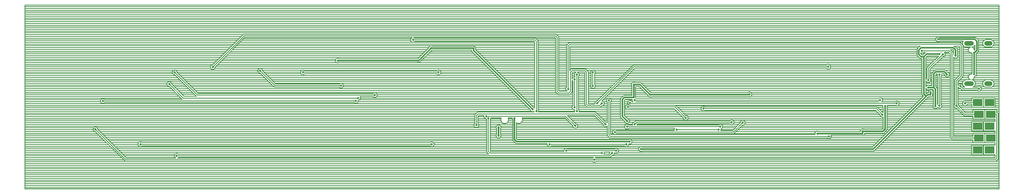
<source format=gbr>
G04 DipTrace 3.3.1.3*
G04 Bottom.gbr*
%MOIN*%
G04 #@! TF.FileFunction,Copper,L2,Bot*
G04 #@! TF.Part,Single*
G04 #@! TA.AperFunction,Conductor*
%ADD13C,0.011811*%
G04 #@! TA.AperFunction,CopperBalancing*
%ADD14C,0.007874*%
G04 #@! TA.AperFunction,ComponentPad*
%ADD25O,0.070866X0.03937*%
%ADD26O,0.082677X0.03937*%
%ADD28R,0.07874X0.059055*%
G04 #@! TA.AperFunction,ViaPad*
%ADD42C,0.019685*%
%FSLAX26Y26*%
G04*
G70*
G90*
G75*
G01*
G04 Bottom*
%LPD*%
X8107087Y1543701D2*
D13*
X8000587D1*
X7978346Y1521461D1*
Y1203543D1*
X7996063Y1185827D1*
X7550394Y740157D1*
X5594484D1*
X8035831Y1221260D2*
Y1199606D1*
X8009843D1*
X7996063Y1185827D1*
X8244492Y1529134D2*
Y1578547D1*
X8226776Y1596264D1*
X7953154D1*
X7935437Y1578547D1*
Y1539177D1*
X7953154Y1521461D1*
X7978346D1*
X4393701Y924016D2*
Y853146D1*
X4681173Y1075744D2*
X4183429Y1573488D1*
Y1594488D1*
X3826772D1*
X8172047Y1371654D2*
X8150394Y1393307D1*
X8079138D1*
X8061421Y1375591D1*
Y1260634D1*
X8075201Y1246854D1*
Y1103933D1*
X7079331Y872051D2*
X7461220D1*
Y889764D1*
X8013780Y1260634D2*
X8061421D1*
X3826772Y1594488D2*
X3720472Y1488189D1*
X3039370D1*
X7461220Y889764D2*
X7632480D1*
X7650197Y907480D1*
Y1103941D1*
X5539374Y1155118D2*
D14*
X7608858D1*
X5541732Y949606D2*
X5559449Y967323D1*
X6358087D1*
X5476382Y929921D2*
X6261815D1*
X6248035Y904331D2*
X5892913D1*
X5374016Y884646D2*
X6372555D1*
X6451295Y963386D1*
X5482681Y1096063D2*
X5879835D1*
X5970976Y1004921D1*
X5224933Y1126772D2*
X5535177Y1437016D1*
X7170894D1*
X6120366Y1082287D2*
X7577752D1*
X7628543Y1031496D1*
X5041343Y935823D2*
X4958508Y1018657D1*
X4289370D1*
X5263780Y706693D2*
X4322835D1*
X4309055Y720472D1*
Y998972D1*
X5295276Y949606D2*
X5206539Y1038343D1*
X4221161D1*
X4207382Y1024563D1*
Y942520D1*
X5383862Y726378D2*
X4964571D1*
X1682063Y683071D2*
X5328362D1*
X5351984Y706693D1*
X4824492Y781500D2*
X5470476D1*
X1375984D2*
X3830709D1*
X5033469Y1329528D2*
Y1093307D1*
X5053154Y1061811D2*
Y1370087D1*
X5188980Y1389772D2*
Y1274409D1*
X2746063Y1389772D2*
X3887630D1*
X2385827Y1403539D2*
X2511807Y1277559D1*
X3066933D1*
X1986220Y1433071D2*
X2249606Y1696457D1*
X4874105D1*
X4887885Y1682677D1*
Y1229135D1*
X4901665Y1215354D1*
X4986224D1*
X5000004Y1229134D1*
Y1389772D1*
X5013783Y1403551D1*
X5121613D1*
X5135392Y1389772D1*
Y1120867D1*
X5149173Y1107087D1*
X5244614D1*
X5264303Y1126776D1*
X3351272Y1197638D2*
X1857476D1*
X1665354Y1389760D1*
X3210634Y1172051D2*
X1738173D1*
X1620079Y1290146D1*
X1060134Y1146465D2*
X3190945D1*
X3673228Y1662992D2*
X4698890D1*
X4712669Y1649213D1*
Y1061811D1*
X8013780Y1323622D2*
Y1419492D1*
X8136417Y1542130D1*
X8441343Y1250787D2*
X8305988D1*
X8284335Y1272441D1*
X7176311Y848425D2*
X5337488D1*
X5323709Y862205D1*
Y1152362D1*
X7962205Y1571654D2*
X8191031D1*
X8213469Y1549217D1*
Y848294D1*
X8227248Y834514D1*
X8441470D1*
X4980319Y1248819D2*
Y1612012D1*
X4994098Y1625791D1*
X8279760D1*
X8293539Y1612012D1*
Y1361173D1*
X8250870Y1318504D1*
Y1105902D1*
X8108268Y1368898D2*
Y1105902D1*
X8250870D2*
X8322126Y1034646D1*
X8441339D1*
X7748618Y1125587D2*
X5508276D1*
X5502366Y1131496D1*
X8429659Y1134383D2*
X8324232D1*
Y1125587D1*
X999122Y906807D2*
X1255512Y650417D1*
X5200791D1*
X8577035D1*
X8590815Y664197D1*
Y1034514D1*
X8541601D1*
X4529063Y998972D2*
D13*
Y820870D1*
X4546780Y803154D1*
X5498035D1*
X5476382Y977953D2*
X5437012Y1017323D1*
Y1159055D1*
X5454728Y1176772D1*
X5532677D1*
Y1284646D1*
X5672051Y1200787D2*
X6507087D1*
Y1202756D1*
X5532677Y1284646D2*
X5588193D1*
X5672051Y1200787D1*
X8400988Y1375000D2*
Y1553346D1*
X8422642Y1575000D1*
Y1651575D1*
X8404925Y1669291D1*
X8097244D1*
D42*
X8107087Y1543701D3*
X5594484Y740157D3*
X8035831Y1221260D3*
X8244492Y1529134D3*
X4393701Y853146D3*
Y924016D3*
X3039370Y1488189D3*
X8172047Y1371654D3*
X3826772Y1594488D3*
X7650197Y1103941D3*
X7461220Y889764D3*
X7079331Y872051D3*
X8013780Y1260634D3*
X8075201Y1103933D3*
X4681173Y1075744D3*
X7608858Y1155118D3*
X5539374D3*
X6358087Y967323D3*
X5541732Y949606D3*
X6261815Y929921D3*
X5476382D3*
X5892913Y904331D3*
X6248035D3*
X6451295Y963386D3*
X5374016Y884646D3*
X5970976Y1004921D3*
X5482681Y1096063D3*
X7170894Y1437016D3*
X5224933Y1126772D3*
X7628543Y1031496D3*
X6120366Y1082287D3*
X4289370Y1018657D3*
X5041343Y935823D3*
X4309055Y998972D3*
X5263780Y706693D3*
X4207382Y942520D3*
X5295276Y949606D3*
X4964571Y726378D3*
X5383862D3*
X5351984Y706693D3*
X1682063Y683071D3*
X5470476Y781500D3*
X4824492D3*
X3830709D3*
X1375984D3*
X5033469Y1093307D3*
Y1329528D3*
X5053154Y1370087D3*
Y1061811D3*
X5188980Y1274409D3*
Y1389772D3*
X3887630D3*
X2746063D3*
X3066933Y1277559D3*
X2385827Y1403539D3*
X5264303Y1126776D3*
X1986220Y1433071D3*
X1665354Y1389760D3*
X3351272Y1197638D3*
X1620079Y1290146D3*
X3210634Y1172051D3*
X3190945Y1146465D3*
X1060134D3*
X4712669Y1061811D3*
X3673228Y1662992D3*
X8136417Y1542130D3*
X8013780Y1323622D3*
X8284335Y1272441D3*
X8441343Y1250787D3*
X5323709Y1152362D3*
X7176311Y848425D3*
X7962205Y1571654D3*
X8250870Y1105902D3*
X8108268D3*
Y1368898D3*
X4980319Y1248819D3*
X5502366Y1131496D3*
X7748618Y1125587D3*
X8324232D3*
X999122Y906807D3*
X5200791Y650417D3*
X5498035Y803154D3*
X4529063Y998972D3*
X5532677Y1284646D3*
X6507087Y1202756D3*
X5476382Y977953D3*
X5672051Y1200787D3*
X8097244Y1669291D3*
X8400988Y1553346D3*
Y1375000D3*
X404339Y1942913D2*
D14*
X8611409D1*
X404339Y1927165D2*
X8611409D1*
X404339Y1911417D2*
X8611409D1*
X404339Y1895669D2*
X8611409D1*
X404339Y1879921D2*
X8611409D1*
X404339Y1864173D2*
X8611409D1*
X404339Y1848425D2*
X8611409D1*
X404339Y1832677D2*
X8611409D1*
X404339Y1816929D2*
X8611409D1*
X404339Y1801181D2*
X8611409D1*
X404339Y1785433D2*
X8611409D1*
X404339Y1769685D2*
X8611409D1*
X404339Y1753937D2*
X8611409D1*
X404339Y1738189D2*
X8611409D1*
X404339Y1722441D2*
X8611409D1*
X404339Y1706693D2*
X2239131D1*
X4884576D2*
X8611409D1*
X404339Y1690945D2*
X2223369D1*
X4900093D2*
X8611409D1*
X404339Y1675197D2*
X2207621D1*
X2249072D2*
X3656593D1*
X4706735D2*
X4873005D1*
X4902770D2*
X8077345D1*
X8422516D2*
X8611409D1*
X404339Y1659449D2*
X2191873D1*
X2233324D2*
X3652764D1*
X4723159D2*
X4873005D1*
X4902770D2*
X8079052D1*
X8437434D2*
X8484118D1*
X8556037D2*
X8611409D1*
X404339Y1643701D2*
X2176125D1*
X2217576D2*
X3667159D1*
X3679298D2*
X4697455D1*
X4727558D2*
X4873005D1*
X4902770D2*
X8303877D1*
X8439495D2*
X8473168D1*
X8566986D2*
X8611409D1*
X404339Y1627953D2*
X2160377D1*
X2201828D2*
X4697793D1*
X4727558D2*
X4873005D1*
X4902770D2*
X4975537D1*
X8298316D2*
X8303071D1*
X8439495D2*
X8472369D1*
X8567801D2*
X8611409D1*
X404339Y1612205D2*
X2144629D1*
X2186080D2*
X3816703D1*
X3836840D2*
X4697793D1*
X4727558D2*
X4873005D1*
X4902770D2*
X4965433D1*
X8308420D2*
X8311315D1*
X8402062D2*
X8405783D1*
X8439495D2*
X8480612D1*
X8559542D2*
X8611409D1*
X404339Y1596457D2*
X2128881D1*
X2170332D2*
X3805231D1*
X4200152D2*
X4697793D1*
X4727558D2*
X4873005D1*
X4902770D2*
X4965433D1*
X4995197D2*
X7929846D1*
X8250088D2*
X8278656D1*
X8308420D2*
X8358903D1*
X8393865D2*
X8405793D1*
X8439495D2*
X8611409D1*
X404339Y1580709D2*
X2113133D1*
X2154584D2*
X3789483D1*
X4200276D2*
X4697793D1*
X4727558D2*
X4873005D1*
X4902770D2*
X4965433D1*
X4995197D2*
X7918727D1*
X8261192D2*
X8278656D1*
X8308420D2*
X8350829D1*
X8401940D2*
X8404852D1*
X8439495D2*
X8611409D1*
X404339Y1564961D2*
X2097385D1*
X2138836D2*
X3773735D1*
X3820753D2*
X4169034D1*
X4215454D2*
X4697793D1*
X4727558D2*
X4873005D1*
X4902770D2*
X4965433D1*
X4995197D2*
X7918588D1*
X8218438D2*
X8227643D1*
X8261345D2*
X8278656D1*
X8308420D2*
X8354320D1*
X8435972D2*
X8611409D1*
X404339Y1549213D2*
X2081636D1*
X2123088D2*
X3757987D1*
X3805005D2*
X4184198D1*
X4231202D2*
X4697793D1*
X4727558D2*
X4873005D1*
X4902770D2*
X4965433D1*
X4995197D2*
X7918588D1*
X7952290D2*
X7982596D1*
X8155907D2*
X8192749D1*
X8261345D2*
X8278656D1*
X8308420D2*
X8380634D1*
X8421348D2*
X8611409D1*
X404339Y1533465D2*
X2065888D1*
X2107340D2*
X3742239D1*
X3789257D2*
X4199946D1*
X4246950D2*
X4697793D1*
X4727558D2*
X4873005D1*
X4902770D2*
X4965433D1*
X4995197D2*
X7919634D1*
X8155231D2*
X8198593D1*
X8264806D2*
X8278656D1*
X8308420D2*
X8384139D1*
X8417841D2*
X8611409D1*
X404339Y1517717D2*
X2050140D1*
X2091592D2*
X3726491D1*
X3773509D2*
X4215694D1*
X4262698D2*
X4697793D1*
X4727558D2*
X4873005D1*
X4902770D2*
X4965433D1*
X4995197D2*
X7933399D1*
X7998104D2*
X8091278D1*
X8132731D2*
X8198593D1*
X8261698D2*
X8278656D1*
X8308420D2*
X8384139D1*
X8417841D2*
X8611409D1*
X404339Y1501969D2*
X2034392D1*
X2075844D2*
X3024088D1*
X3757761D2*
X4231442D1*
X4278446D2*
X4697793D1*
X4727558D2*
X4873005D1*
X4902770D2*
X4965433D1*
X4995197D2*
X7961496D1*
X7995197D2*
X8075530D1*
X8116983D2*
X8198593D1*
X8228357D2*
X8278656D1*
X8308420D2*
X8384139D1*
X8417841D2*
X8611409D1*
X404339Y1486220D2*
X2018644D1*
X2060096D2*
X3018675D1*
X3742013D2*
X4247190D1*
X4294194D2*
X4697793D1*
X4727558D2*
X4873005D1*
X4902770D2*
X4965433D1*
X4995197D2*
X7961496D1*
X7995197D2*
X8059782D1*
X8101235D2*
X8198593D1*
X8228357D2*
X8278656D1*
X8308420D2*
X8384139D1*
X8417841D2*
X8611409D1*
X404339Y1470472D2*
X2002896D1*
X2044348D2*
X3029302D1*
X3049438D2*
X4262938D1*
X4309942D2*
X4697793D1*
X4727558D2*
X4873005D1*
X4902770D2*
X4965433D1*
X4995197D2*
X7961496D1*
X7995197D2*
X8044034D1*
X8085487D2*
X8198593D1*
X8228357D2*
X8278656D1*
X8308420D2*
X8384139D1*
X8417841D2*
X8611409D1*
X404339Y1454724D2*
X1987148D1*
X2028600D2*
X4278686D1*
X4325690D2*
X4697793D1*
X4727558D2*
X4873005D1*
X4902770D2*
X4965433D1*
X4995197D2*
X7160807D1*
X7180975D2*
X7961496D1*
X7995197D2*
X8028286D1*
X8069739D2*
X8198593D1*
X8228357D2*
X8278656D1*
X8308420D2*
X8384139D1*
X8417841D2*
X8611409D1*
X404339Y1438976D2*
X1966324D1*
X2012852D2*
X4294434D1*
X4341438D2*
X4697793D1*
X4727558D2*
X4873005D1*
X4902770D2*
X4965433D1*
X4995197D2*
X5516413D1*
X7191587D2*
X7961496D1*
X7995197D2*
X8012538D1*
X8053991D2*
X8198593D1*
X8228357D2*
X8278656D1*
X8308420D2*
X8384139D1*
X8417841D2*
X8611409D1*
X404339Y1423228D2*
X1968017D1*
X2004424D2*
X2381525D1*
X2390129D2*
X4310182D1*
X4357186D2*
X4697793D1*
X4727558D2*
X4873005D1*
X4902770D2*
X4965433D1*
X4995197D2*
X5500665D1*
X7186173D2*
X7961496D1*
X7995197D2*
X7999395D1*
X8038243D2*
X8198593D1*
X8228357D2*
X8278656D1*
X8308420D2*
X8384139D1*
X8417841D2*
X8611409D1*
X404339Y1407480D2*
X1655301D1*
X1675408D2*
X2365438D1*
X2406215D2*
X2735979D1*
X2756147D2*
X3877542D1*
X3897710D2*
X4325930D1*
X4372934D2*
X4697793D1*
X4727558D2*
X4873005D1*
X4902770D2*
X4965433D1*
X5138406D2*
X5178892D1*
X5199060D2*
X5484917D1*
X5526354D2*
X7961496D1*
X7995197D2*
X7998892D1*
X8028661D2*
X8070794D1*
X8158736D2*
X8198593D1*
X8228357D2*
X8278656D1*
X8308420D2*
X8384139D1*
X8417841D2*
X8611409D1*
X404339Y1391732D2*
X1644659D1*
X1686050D2*
X2368899D1*
X2418349D2*
X2725367D1*
X3908322D2*
X4341678D1*
X4388682D2*
X4697793D1*
X4727558D2*
X4873005D1*
X4902770D2*
X4965433D1*
X5150140D2*
X5168297D1*
X5209672D2*
X5469169D1*
X5510606D2*
X7961496D1*
X7995197D2*
X7998892D1*
X8028661D2*
X8054062D1*
X8175469D2*
X8198593D1*
X8228357D2*
X8278656D1*
X8308420D2*
X8384139D1*
X8417841D2*
X8611409D1*
X404339Y1375984D2*
X1650072D1*
X1699845D2*
X2392660D1*
X2434097D2*
X2730781D1*
X3902908D2*
X4357427D1*
X4404430D2*
X4697793D1*
X4727558D2*
X4873005D1*
X4902770D2*
X4965433D1*
X5014882D2*
X5033253D1*
X5073046D2*
X5120514D1*
X5150278D2*
X5173710D1*
X5204259D2*
X5453421D1*
X5494858D2*
X7961496D1*
X7995197D2*
X7998892D1*
X8028661D2*
X8044572D1*
X8085318D2*
X8088772D1*
X8127764D2*
X8144213D1*
X8192356D2*
X8198593D1*
X8228357D2*
X8278656D1*
X8308420D2*
X8380218D1*
X8421747D2*
X8611409D1*
X404339Y1360236D2*
X1674156D1*
X1715593D2*
X2408408D1*
X2449845D2*
X4373175D1*
X4420178D2*
X4697793D1*
X4727558D2*
X4873005D1*
X4902770D2*
X4965433D1*
X5014882D2*
X5034961D1*
X5071353D2*
X5120514D1*
X5150278D2*
X5174094D1*
X5203858D2*
X5437673D1*
X5479110D2*
X7961496D1*
X7995197D2*
X7998892D1*
X8028661D2*
X8044572D1*
X8078274D2*
X8089449D1*
X8127087D2*
X8154840D1*
X8189248D2*
X8198593D1*
X8228357D2*
X8271888D1*
X8308390D2*
X8352690D1*
X8415273D2*
X8611409D1*
X404339Y1344488D2*
X1689904D1*
X1731341D2*
X2424156D1*
X2465593D2*
X4388923D1*
X4435927D2*
X4697793D1*
X4727558D2*
X4873005D1*
X4902770D2*
X4965433D1*
X5014882D2*
X5019404D1*
X5068031D2*
X5120514D1*
X5150278D2*
X5174094D1*
X5203858D2*
X5421925D1*
X5463362D2*
X7961496D1*
X7995197D2*
X7998892D1*
X8028661D2*
X8044572D1*
X8078274D2*
X8093386D1*
X8123150D2*
X8198593D1*
X8228357D2*
X8256140D1*
X8297577D2*
X8351383D1*
X8401370D2*
X8611409D1*
X404339Y1328740D2*
X1705652D1*
X1747089D2*
X2439904D1*
X2481341D2*
X4404671D1*
X4451675D2*
X4697793D1*
X4727558D2*
X4873005D1*
X4902770D2*
X4965433D1*
X5068031D2*
X5120514D1*
X5150278D2*
X5174094D1*
X5203858D2*
X5406177D1*
X5447614D2*
X7961496D1*
X8033906D2*
X8044572D1*
X8078274D2*
X8093386D1*
X8123150D2*
X8198593D1*
X8228357D2*
X8240392D1*
X8281829D2*
X8363255D1*
X8389497D2*
X8611409D1*
X404339Y1312992D2*
X1721400D1*
X1762837D2*
X2455652D1*
X2497089D2*
X4420419D1*
X4467423D2*
X4697793D1*
X4727558D2*
X4873005D1*
X4902770D2*
X4965433D1*
X5014882D2*
X5018577D1*
X5068031D2*
X5120514D1*
X5150278D2*
X5174094D1*
X5203858D2*
X5390429D1*
X5431866D2*
X7961496D1*
X8031507D2*
X8044572D1*
X8078274D2*
X8093386D1*
X8123150D2*
X8198593D1*
X8228357D2*
X8235995D1*
X8266081D2*
X8308660D1*
X8404723D2*
X8477951D1*
X8562203D2*
X8611409D1*
X404339Y1297244D2*
X1600598D1*
X1639559D2*
X1737148D1*
X1778585D2*
X2471400D1*
X2512837D2*
X3062613D1*
X3071261D2*
X4436167D1*
X4483171D2*
X4697793D1*
X4727558D2*
X4873005D1*
X4902770D2*
X4965433D1*
X5014882D2*
X5018577D1*
X5068031D2*
X5120514D1*
X5150278D2*
X5174094D1*
X5203858D2*
X5374681D1*
X5416118D2*
X5516353D1*
X5598944D2*
X7961496D1*
X7995197D2*
X8044572D1*
X8078274D2*
X8093386D1*
X8123150D2*
X8198593D1*
X8228357D2*
X8235995D1*
X8265759D2*
X8302601D1*
X8410782D2*
X8471892D1*
X8568262D2*
X8611409D1*
X404339Y1281496D2*
X1601260D1*
X1649448D2*
X1752896D1*
X1794333D2*
X2487148D1*
X3087332D2*
X4451915D1*
X4498919D2*
X4697793D1*
X4727558D2*
X4873005D1*
X4902770D2*
X4965433D1*
X5014882D2*
X5018577D1*
X5068031D2*
X5120514D1*
X5150278D2*
X5169496D1*
X5208472D2*
X5358933D1*
X5400370D2*
X5512139D1*
X5614845D2*
X7961496D1*
X7995197D2*
X8044572D1*
X8078274D2*
X8093386D1*
X8123150D2*
X8198593D1*
X8228357D2*
X8235995D1*
X8408337D2*
X8474337D1*
X8565818D2*
X8611409D1*
X404339Y1265748D2*
X1623759D1*
X1665196D2*
X1768644D1*
X1810081D2*
X2503327D1*
X3083857D2*
X4467663D1*
X4514667D2*
X4697793D1*
X4727558D2*
X4873005D1*
X4902770D2*
X4965433D1*
X5014882D2*
X5018577D1*
X5068031D2*
X5120514D1*
X5150278D2*
X5170172D1*
X5207795D2*
X5343185D1*
X5384622D2*
X5515829D1*
X5549531D2*
X5583589D1*
X5630593D2*
X7961496D1*
X8079812D2*
X8093386D1*
X8123150D2*
X8198593D1*
X8228357D2*
X8235995D1*
X8311741D2*
X8319810D1*
X8393573D2*
X8427278D1*
X8455396D2*
X8489101D1*
X8551054D2*
X8611409D1*
X404339Y1250000D2*
X1639507D1*
X1680944D2*
X1784392D1*
X1825829D2*
X4483411D1*
X4530415D2*
X4697793D1*
X4727558D2*
X4873005D1*
X4902770D2*
X4959573D1*
X5014882D2*
X5018577D1*
X5068031D2*
X5120514D1*
X5150278D2*
X5327437D1*
X5368874D2*
X5515829D1*
X5549531D2*
X5599337D1*
X5646341D2*
X7961496D1*
X8123150D2*
X8198593D1*
X8228357D2*
X8235995D1*
X8265759D2*
X8286052D1*
X8462117D2*
X8611409D1*
X404339Y1234252D2*
X1655255D1*
X1696692D2*
X1800140D1*
X1841577D2*
X4499159D1*
X4546163D2*
X4697793D1*
X4727558D2*
X4873005D1*
X4903492D2*
X4965832D1*
X5014882D2*
X5018577D1*
X5068031D2*
X5120514D1*
X5150278D2*
X5311689D1*
X5353126D2*
X5515829D1*
X5549531D2*
X5615085D1*
X5662089D2*
X7961496D1*
X7995197D2*
X8019844D1*
X8051823D2*
X8058352D1*
X8123150D2*
X8198593D1*
X8228357D2*
X8235995D1*
X8265759D2*
X8429307D1*
X8453382D2*
X8611409D1*
X404339Y1218504D2*
X1671003D1*
X1712440D2*
X1815888D1*
X1857325D2*
X4514907D1*
X4561911D2*
X4697793D1*
X4727558D2*
X4877789D1*
X5010100D2*
X5018583D1*
X5068031D2*
X5120514D1*
X5150278D2*
X5295941D1*
X5337378D2*
X5515829D1*
X5549531D2*
X5630833D1*
X5682113D2*
X6493976D1*
X6520203D2*
X7961496D1*
X7995197D2*
X8015230D1*
X8123150D2*
X8198593D1*
X8228357D2*
X8235995D1*
X8265759D2*
X8611409D1*
X404339Y1202756D2*
X1686751D1*
X1728188D2*
X1831636D1*
X3371396D2*
X4530655D1*
X4577659D2*
X4697793D1*
X4727558D2*
X4894551D1*
X4993336D2*
X5018583D1*
X5068031D2*
X5120514D1*
X5150278D2*
X5280193D1*
X5321630D2*
X5515829D1*
X5549531D2*
X5646581D1*
X6527878D2*
X7961510D1*
X8052684D2*
X8058352D1*
X8123150D2*
X8198593D1*
X8228357D2*
X8235995D1*
X8265759D2*
X8611409D1*
X404339Y1187008D2*
X1702499D1*
X1743936D2*
X1847430D1*
X3368997D2*
X4546403D1*
X4593407D2*
X4697793D1*
X4727558D2*
X5018583D1*
X5068031D2*
X5120514D1*
X5150278D2*
X5264445D1*
X5305882D2*
X5441457D1*
X5549531D2*
X5656762D1*
X6520203D2*
X7971385D1*
X8046579D2*
X8058352D1*
X8123150D2*
X8198593D1*
X8228357D2*
X8235995D1*
X8265759D2*
X8611409D1*
X404339Y1171260D2*
X1718247D1*
X3231403D2*
X4562151D1*
X4609155D2*
X4697793D1*
X4727558D2*
X5018583D1*
X5068031D2*
X5120514D1*
X5150278D2*
X5248697D1*
X5290134D2*
X5316381D1*
X5331042D2*
X5425709D1*
X5551976D2*
X7596261D1*
X7621458D2*
X7957990D1*
X8004993D2*
X8058352D1*
X8123150D2*
X8198593D1*
X8228357D2*
X8235995D1*
X8265759D2*
X8379341D1*
X8579843D2*
X8611409D1*
X404339Y1155512D2*
X1041512D1*
X3222667D2*
X4577899D1*
X4624903D2*
X4697793D1*
X4727558D2*
X5018583D1*
X5068031D2*
X5120514D1*
X5150278D2*
X5232949D1*
X5274386D2*
X5303169D1*
X5344253D2*
X5420157D1*
X5456965D2*
X5518597D1*
X7629640D2*
X7942241D1*
X7989245D2*
X8058352D1*
X8123150D2*
X8198593D1*
X8228357D2*
X8235995D1*
X8265759D2*
X8379341D1*
X8579843D2*
X8611409D1*
X404339Y1139764D2*
X1040497D1*
X3210579D2*
X4593647D1*
X4640651D2*
X4697793D1*
X4727558D2*
X5018583D1*
X5068031D2*
X5120514D1*
X5150278D2*
X5208942D1*
X5280291D2*
X5307383D1*
X5340024D2*
X5420157D1*
X5453858D2*
X5483365D1*
X5521373D2*
X5525764D1*
X5552976D2*
X7595261D1*
X7622458D2*
X7733718D1*
X7763513D2*
X7926493D1*
X7973497D2*
X8058352D1*
X8123150D2*
X8198593D1*
X8228357D2*
X8235995D1*
X8265759D2*
X8309336D1*
X8579843D2*
X8611409D1*
X404339Y1124016D2*
X4609395D1*
X4656399D2*
X4697793D1*
X4727558D2*
X5018583D1*
X5068031D2*
X5120514D1*
X5152970D2*
X5204329D1*
X5284906D2*
X5308829D1*
X5338593D2*
X5420157D1*
X5453858D2*
X5483026D1*
X7769343D2*
X7910745D1*
X7957749D2*
X8058352D1*
X8123150D2*
X8198593D1*
X8228357D2*
X8235995D1*
X8265759D2*
X8303508D1*
X8579843D2*
X8611409D1*
X404339Y1108268D2*
X4625143D1*
X4672147D2*
X4697793D1*
X4727558D2*
X5018583D1*
X5068031D2*
X5127265D1*
X5272664D2*
X5308829D1*
X5338593D2*
X5420157D1*
X5453858D2*
X5466049D1*
X5887668D2*
X7629879D1*
X7670517D2*
X7737824D1*
X7759407D2*
X7894997D1*
X7942001D2*
X8054892D1*
X8128917D2*
X8198593D1*
X8271510D2*
X8313442D1*
X8335025D2*
X8379341D1*
X8579843D2*
X8611409D1*
X404339Y1092520D2*
X4640891D1*
X4692848D2*
X4697781D1*
X4727558D2*
X5012692D1*
X5068031D2*
X5308829D1*
X5338593D2*
X5420157D1*
X5453858D2*
X5462203D1*
X5904092D2*
X6102398D1*
X7588240D2*
X7632987D1*
X7667395D2*
X7879249D1*
X7926253D2*
X8057983D1*
X8123919D2*
X8198593D1*
X8228357D2*
X8235226D1*
X8284967D2*
X8611409D1*
X404339Y1076772D2*
X4656639D1*
X4727558D2*
X5021428D1*
X5068031D2*
X5308829D1*
X5338593D2*
X5420157D1*
X5453858D2*
X5476613D1*
X5488738D2*
X5878403D1*
X5919840D2*
X6100352D1*
X7603988D2*
X7633340D1*
X7667042D2*
X7863501D1*
X7910505D2*
X8198593D1*
X8228357D2*
X8259278D1*
X8300715D2*
X8611409D1*
X404339Y1061024D2*
X4666850D1*
X4733448D2*
X5032377D1*
X5073923D2*
X5308829D1*
X5338593D2*
X5420157D1*
X5453858D2*
X5894151D1*
X5935588D2*
X7578299D1*
X7619736D2*
X7633340D1*
X7667042D2*
X7847753D1*
X7894757D2*
X8198593D1*
X8228357D2*
X8275026D1*
X8316463D2*
X8391029D1*
X8591915D2*
X8611409D1*
X404339Y1045276D2*
X4207374D1*
X5220329D2*
X5308829D1*
X5338593D2*
X5420157D1*
X5453858D2*
X5909899D1*
X5951336D2*
X7594047D1*
X7667042D2*
X7832005D1*
X7879009D2*
X8198593D1*
X8228357D2*
X8290774D1*
X8600713D2*
X8611409D1*
X404339Y1029528D2*
X4193411D1*
X5236077D2*
X5308829D1*
X5338593D2*
X5420157D1*
X5453858D2*
X5925647D1*
X5967084D2*
X7607857D1*
X7667042D2*
X7816257D1*
X7863261D2*
X8198593D1*
X8228357D2*
X8306522D1*
X8605694D2*
X8611403D1*
X404339Y1013780D2*
X4192503D1*
X4222268D2*
X4269182D1*
X4984109D2*
X5210388D1*
X5251825D2*
X5308829D1*
X5338593D2*
X5420556D1*
X5464055D2*
X5941395D1*
X5989692D2*
X7618469D1*
X7667042D2*
X7800509D1*
X7847513D2*
X8198593D1*
X8228357D2*
X8391029D1*
X8605694D2*
X8611403D1*
X404339Y998031D2*
X4192503D1*
X4222268D2*
X4288282D1*
X4329828D2*
X4414436D1*
X4477081D2*
X4508294D1*
X4595822D2*
X4958420D1*
X4999857D2*
X5226136D1*
X5267573D2*
X5308829D1*
X5338593D2*
X5432799D1*
X5479803D2*
X5951407D1*
X5990537D2*
X7633340D1*
X7667042D2*
X7784761D1*
X7831765D2*
X8198593D1*
X8228357D2*
X8391029D1*
X8605694D2*
X8611403D1*
X404339Y982283D2*
X4192503D1*
X4222268D2*
X4294173D1*
X4323937D2*
X4413898D1*
X4477619D2*
X4512215D1*
X4596344D2*
X4974168D1*
X5015605D2*
X5241885D1*
X5283322D2*
X5308829D1*
X5338593D2*
X5448547D1*
X5496689D2*
X6344031D1*
X6372151D2*
X6443963D1*
X6458626D2*
X7633340D1*
X7667042D2*
X7769013D1*
X7816017D2*
X8198593D1*
X8228357D2*
X8575930D1*
X8605694D2*
X8611403D1*
X404339Y966535D2*
X4192503D1*
X4222268D2*
X4294173D1*
X4323937D2*
X4422572D1*
X4468945D2*
X4512215D1*
X4587686D2*
X4989916D1*
X5031353D2*
X5257633D1*
X5338593D2*
X5459173D1*
X5493597D2*
X5530301D1*
X6378856D2*
X6430753D1*
X6471836D2*
X7633340D1*
X7667042D2*
X7753265D1*
X7800269D2*
X8198593D1*
X8228357D2*
X8379218D1*
X8605694D2*
X8611403D1*
X404339Y950787D2*
X4188381D1*
X4226373D2*
X4294173D1*
X4323937D2*
X4512215D1*
X4545917D2*
X5005664D1*
X5055406D2*
X5273381D1*
X5338593D2*
X5520982D1*
X5563634D2*
X6346046D1*
X6370121D2*
X6417974D1*
X6467623D2*
X7633340D1*
X7667042D2*
X7737517D1*
X7784521D2*
X8198593D1*
X8228357D2*
X8379218D1*
X8605694D2*
X8611403D1*
X404339Y935039D2*
X4188043D1*
X4226711D2*
X4294173D1*
X4323937D2*
X4376219D1*
X4411182D2*
X4512215D1*
X4545917D2*
X5020566D1*
X5062112D2*
X5280778D1*
X5338593D2*
X5456266D1*
X6281937D2*
X6402226D1*
X6443663D2*
X7633340D1*
X7667042D2*
X7721769D1*
X7768773D2*
X8198593D1*
X8228357D2*
X8379218D1*
X8605694D2*
X8611403D1*
X404339Y919291D2*
X982703D1*
X1015528D2*
X4294173D1*
X4323937D2*
X4373482D1*
X4413920D2*
X4512215D1*
X4545917D2*
X5029302D1*
X5053391D2*
X5308829D1*
X5338593D2*
X5458651D1*
X6279538D2*
X6386478D1*
X6427915D2*
X7633340D1*
X7667042D2*
X7706021D1*
X7753025D2*
X8198593D1*
X8228357D2*
X8379218D1*
X8605694D2*
X8611403D1*
X404339Y903543D2*
X978597D1*
X1023110D2*
X4294173D1*
X4323937D2*
X4376850D1*
X4410551D2*
X4512215D1*
X4545917D2*
X5308829D1*
X5338593D2*
X5366685D1*
X5381346D2*
X5872144D1*
X6268804D2*
X6370730D1*
X6412167D2*
X7445932D1*
X7666564D2*
X7690273D1*
X7737277D2*
X8198593D1*
X8228357D2*
X8379218D1*
X8605694D2*
X8611403D1*
X404339Y887795D2*
X992131D1*
X1038858D2*
X4294173D1*
X4323937D2*
X4376850D1*
X4410551D2*
X4512215D1*
X4545917D2*
X5308829D1*
X5338593D2*
X5353474D1*
X6396419D2*
X7066211D1*
X7654016D2*
X7674525D1*
X7721529D2*
X8198593D1*
X8228357D2*
X8575930D1*
X8605694D2*
X8611403D1*
X404339Y872047D2*
X1013169D1*
X1054606D2*
X4294173D1*
X4323937D2*
X4376850D1*
X4410551D2*
X4512215D1*
X4545917D2*
X5308829D1*
X5338593D2*
X5357688D1*
X6379655D2*
X7058537D1*
X7478066D2*
X7658777D1*
X7705781D2*
X8198593D1*
X8228357D2*
X8391152D1*
X8605694D2*
X8611403D1*
X404339Y856299D2*
X1028917D1*
X1070354D2*
X4294173D1*
X4323937D2*
X4373159D1*
X4414243D2*
X4512215D1*
X4545917D2*
X5310121D1*
X7465147D2*
X7643029D1*
X7690033D2*
X8198593D1*
X8228357D2*
X8391152D1*
X8605694D2*
X8611403D1*
X404339Y840551D2*
X1044665D1*
X1086102D2*
X4294173D1*
X4323937D2*
X4377373D1*
X4410029D2*
X4512215D1*
X4545917D2*
X5324639D1*
X7195478D2*
X7627281D1*
X7674285D2*
X8200900D1*
X8605694D2*
X8611403D1*
X404339Y824803D2*
X1060413D1*
X1101850D2*
X4294173D1*
X4323937D2*
X4512215D1*
X4548639D2*
X7611533D1*
X7658537D2*
X8216232D1*
X8605694D2*
X8611403D1*
X404339Y809055D2*
X1076161D1*
X1117598D2*
X4294173D1*
X4323937D2*
X4517367D1*
X5517928D2*
X7595785D1*
X7642789D2*
X8391152D1*
X8605694D2*
X8611403D1*
X404339Y793307D2*
X1091909D1*
X1133346D2*
X1359056D1*
X3847636D2*
X4294173D1*
X4323937D2*
X4533115D1*
X5516235D2*
X7580037D1*
X7627041D2*
X8575930D1*
X8605694D2*
X8611403D1*
X404339Y777559D2*
X1107657D1*
X1149094D2*
X1355596D1*
X3851097D2*
X4294173D1*
X4323937D2*
X4804092D1*
X5490875D2*
X7564289D1*
X7611293D2*
X8575930D1*
X8605694D2*
X8611403D1*
X404339Y761811D2*
X1123406D1*
X1164843D2*
X1371682D1*
X1380286D2*
X3826407D1*
X3835010D2*
X4294173D1*
X4323937D2*
X4820194D1*
X4828785D2*
X5466171D1*
X5474774D2*
X7548541D1*
X7595545D2*
X8379218D1*
X8605694D2*
X8611403D1*
X404339Y746063D2*
X1139154D1*
X1180591D2*
X4294173D1*
X4323937D2*
X4960251D1*
X4968899D2*
X5379542D1*
X5388189D2*
X5574592D1*
X7579797D2*
X8379218D1*
X8605694D2*
X8611403D1*
X404339Y730315D2*
X1154902D1*
X1196339D2*
X4294173D1*
X4323937D2*
X4944178D1*
X5404261D2*
X5576285D1*
X7564049D2*
X8379218D1*
X8605694D2*
X8611403D1*
X404339Y714567D2*
X1170650D1*
X1212087D2*
X4295465D1*
X5400786D2*
X8379218D1*
X8605694D2*
X8611403D1*
X404339Y698819D2*
X1186398D1*
X1227835D2*
X1668942D1*
X1695185D2*
X4309983D1*
X5282953D2*
X5323392D1*
X5371151D2*
X8379218D1*
X8605694D2*
X8611403D1*
X404339Y683071D2*
X1202146D1*
X1243583D2*
X1661268D1*
X5349081D2*
X8575930D1*
X8605694D2*
X8611403D1*
X404339Y667323D2*
X1217894D1*
X1259331D2*
X1668942D1*
X1695185D2*
X5189319D1*
X5212270D2*
X8573223D1*
X8605694D2*
X8611403D1*
X404339Y651575D2*
X1233642D1*
X8598912D2*
X8611409D1*
X404339Y635827D2*
X5186320D1*
X5215255D2*
X8611409D1*
X404339Y620079D2*
X8611409D1*
X404339Y604331D2*
X8611409D1*
X404339Y588583D2*
X8611409D1*
X404339Y572835D2*
X8611409D1*
X404339Y557087D2*
X8611409D1*
X404339Y541339D2*
X8611409D1*
X404339Y525591D2*
X8611409D1*
X404339Y509843D2*
X8611409D1*
X404339Y494094D2*
X8611409D1*
X404339Y478346D2*
X8611409D1*
X404339Y462598D2*
X8611409D1*
X404339Y446850D2*
X8611409D1*
X404339Y431102D2*
X8611409D1*
X404339Y415354D2*
X8611409D1*
X8504340Y1602441D2*
X8501835Y1602539D1*
X8496904Y1603320D1*
X8492157Y1604862D1*
X8487710Y1607129D1*
X8483671Y1610063D1*
X8480142Y1613592D1*
X8477207Y1617631D1*
X8474941Y1622079D1*
X8473399Y1626825D1*
X8472618Y1631756D1*
Y1636748D1*
X8473399Y1641678D1*
X8474941Y1646425D1*
X8477207Y1650873D1*
X8480142Y1654912D1*
X8483671Y1658441D1*
X8487710Y1661375D1*
X8492157Y1663642D1*
X8496904Y1665184D1*
X8501835Y1665965D1*
X8512205Y1666063D1*
X8538323Y1665965D1*
X8543253Y1665184D1*
X8548000Y1663642D1*
X8552448Y1661375D1*
X8556487Y1658441D1*
X8560016Y1654912D1*
X8562950Y1650873D1*
X8565217Y1646425D1*
X8566759Y1641678D1*
X8567539Y1636748D1*
Y1631756D1*
X8566759Y1626825D1*
X8565217Y1622079D1*
X8562950Y1617631D1*
X8560016Y1613592D1*
X8556487Y1610063D1*
X8552448Y1607129D1*
X8548000Y1604862D1*
X8543253Y1603320D1*
X8538323Y1602539D1*
X8527953Y1602441D1*
X8504331Y1602457D1*
X8335049Y1602441D2*
X8332543Y1602539D1*
X8327613Y1603320D1*
X8322866Y1604862D1*
X8318419Y1607129D1*
X8314379Y1610063D1*
X8310850Y1613592D1*
X8307916Y1617631D1*
X8305650Y1622079D1*
X8304108Y1626825D1*
X8303327Y1631756D1*
Y1636748D1*
X8304108Y1641678D1*
X8305650Y1646425D1*
X8307916Y1650873D1*
X8309528Y1653234D1*
X8109173Y1653228D1*
X8106324Y1651471D1*
X8103424Y1650270D1*
X8100373Y1649538D1*
X8097244Y1649291D1*
X8094115Y1649538D1*
X8091064Y1650270D1*
X8088164Y1651471D1*
X8085488Y1653112D1*
X8083102Y1655150D1*
X8081064Y1657535D1*
X8079424Y1660211D1*
X8078223Y1663112D1*
X8077491Y1666163D1*
X8077244Y1669291D1*
X8077491Y1672420D1*
X8078223Y1675471D1*
X8079424Y1678371D1*
X8081064Y1681047D1*
X8083102Y1683433D1*
X8085488Y1685471D1*
X8088164Y1687112D1*
X8091064Y1688312D1*
X8094115Y1689045D1*
X8097244Y1689291D1*
X8100373Y1689045D1*
X8103424Y1688312D1*
X8106324Y1687112D1*
X8109150Y1685354D1*
X8406185Y1685304D1*
X8408675Y1684911D1*
X8411072Y1684131D1*
X8413318Y1682987D1*
X8415357Y1681505D1*
X8430203Y1666730D1*
X8434856Y1662007D1*
X8436337Y1659967D1*
X8437482Y1657722D1*
X8438261Y1655324D1*
X8438655Y1652835D1*
X8438705Y1631890D1*
X8438655Y1573740D1*
X8438261Y1571251D1*
X8437482Y1568853D1*
X8436337Y1566608D1*
X8434856Y1564568D1*
X8420765Y1550407D1*
X8420009Y1547167D1*
X8418808Y1544266D1*
X8417051Y1541441D1*
Y1386900D1*
X8418808Y1384080D1*
X8420009Y1381180D1*
X8420741Y1378129D1*
X8420988Y1375000D1*
X8420741Y1371871D1*
X8420009Y1368820D1*
X8418808Y1365920D1*
X8417168Y1363244D1*
X8415130Y1360858D1*
X8412744Y1358820D1*
X8410068Y1357180D1*
X8407168Y1355979D1*
X8404117Y1355247D1*
X8400871Y1355004D1*
X8401222Y1352349D1*
Y1348438D1*
X8400610Y1344576D1*
X8399402Y1340857D1*
X8397627Y1337373D1*
X8395328Y1334209D1*
X8392563Y1331444D1*
X8389399Y1329144D1*
X8385915Y1327370D1*
X8382196Y1326161D1*
X8380539Y1325832D1*
X8383323Y1325514D1*
X8388177Y1324349D1*
X8392789Y1322438D1*
X8397045Y1319831D1*
X8400840Y1316588D1*
X8404083Y1312793D1*
X8406690Y1308537D1*
X8408601Y1303925D1*
X8409766Y1299071D1*
X8410157Y1294094D1*
X8409766Y1289118D1*
X8408601Y1284264D1*
X8406690Y1279652D1*
X8404083Y1275396D1*
X8400840Y1271601D1*
X8397045Y1268358D1*
X8392789Y1265751D1*
X8390902Y1264881D1*
X8427201Y1264929D1*
X8429587Y1266967D1*
X8432262Y1268608D1*
X8435163Y1269808D1*
X8438214Y1270541D1*
X8441343Y1270787D1*
X8444471Y1270541D1*
X8447522Y1269808D1*
X8450423Y1268608D1*
X8453098Y1266967D1*
X8455484Y1264929D1*
X8457522Y1262543D1*
X8459163Y1259867D1*
X8460364Y1256967D1*
X8461096Y1253916D1*
X8461343Y1250787D1*
X8461096Y1247659D1*
X8460364Y1244608D1*
X8459163Y1241707D1*
X8457522Y1239031D1*
X8455484Y1236646D1*
X8453098Y1234608D1*
X8450423Y1232967D1*
X8447522Y1231766D1*
X8444471Y1231034D1*
X8441343Y1230787D1*
X8438214Y1231034D1*
X8435163Y1231766D1*
X8432262Y1232967D1*
X8429587Y1234608D1*
X8427155Y1236694D1*
X8304882Y1236736D1*
X8302698Y1237083D1*
X8300594Y1237765D1*
X8298623Y1238770D1*
X8296835Y1240070D1*
X8284396Y1252446D1*
X8281206Y1252688D1*
X8278155Y1253420D1*
X8275255Y1254621D1*
X8272579Y1256261D1*
X8270193Y1258299D1*
X8268155Y1260685D1*
X8266514Y1263361D1*
X8265314Y1266261D1*
X8264965Y1267323D1*
X8265012Y1120043D1*
X8267050Y1117657D1*
X8268690Y1114982D1*
X8269891Y1112081D1*
X8270623Y1109030D1*
X8270867Y1105835D1*
X8327965Y1048739D1*
X8391808Y1048740D1*
X8391811Y1074331D1*
X8490866D1*
Y994961D1*
X8391811D1*
Y1020567D1*
X8321020Y1020594D1*
X8318836Y1020941D1*
X8316732Y1021623D1*
X8314761Y1022629D1*
X8312972Y1023928D1*
X8292672Y1044167D1*
X8250870Y1085902D1*
X8247741Y1086148D1*
X8244690Y1086881D1*
X8241790Y1088081D1*
X8239114Y1089722D1*
X8236728Y1091760D1*
X8234690Y1094146D1*
X8233050Y1096822D1*
X8231849Y1099722D1*
X8231117Y1102773D1*
X8230870Y1105902D1*
X8231117Y1109030D1*
X8231849Y1112081D1*
X8233050Y1114982D1*
X8234690Y1117657D1*
X8236777Y1120089D1*
X8236819Y1319610D1*
X8237165Y1321794D1*
X8237849Y1323898D1*
X8238853Y1325869D1*
X8240152Y1327657D1*
X8260391Y1347958D1*
X8279454Y1367021D1*
X8279445Y1606175D1*
X8273928Y1611692D1*
X8231239Y1611697D1*
X8234068Y1610576D1*
X8236218Y1609259D1*
X8238138Y1607618D1*
X8256706Y1588979D1*
X8258188Y1586940D1*
X8259332Y1584694D1*
X8260112Y1582297D1*
X8260505Y1579807D1*
X8260555Y1558862D1*
Y1541038D1*
X8262312Y1538214D1*
X8263513Y1535314D1*
X8264245Y1532262D1*
X8264492Y1529134D1*
X8264245Y1526005D1*
X8263513Y1522954D1*
X8262312Y1520054D1*
X8260672Y1517378D1*
X8258634Y1514992D1*
X8256248Y1512954D1*
X8253572Y1511314D1*
X8250672Y1510113D1*
X8247621Y1509381D1*
X8244492Y1509134D1*
X8241364Y1509381D1*
X8238312Y1510113D1*
X8235412Y1511314D1*
X8232736Y1512954D1*
X8230350Y1514992D1*
X8228312Y1517378D1*
X8227566Y1518495D1*
X8227563Y854135D1*
X8233080Y848614D1*
X8391941Y848609D1*
X8391942Y874199D1*
X8490997D1*
Y794829D1*
X8391942D1*
Y820434D1*
X8227248Y820420D1*
X8225043Y820593D1*
X8222892Y821110D1*
X8220849Y821955D1*
X8218963Y823112D1*
X8217278Y824551D1*
X8202751Y839140D1*
X8201451Y840929D1*
X8200446Y842900D1*
X8199764Y845004D1*
X8199417Y847188D1*
X8199374Y875853D1*
Y1543375D1*
X8185201Y1557552D1*
X8149155Y1557559D1*
X8151626Y1555119D1*
X8153470Y1552580D1*
X8154895Y1549783D1*
X8155865Y1546799D1*
X8156356Y1543699D1*
Y1540560D1*
X8155865Y1537461D1*
X8154895Y1534476D1*
X8153470Y1531680D1*
X8151626Y1529140D1*
X8149407Y1526921D1*
X8146867Y1525077D1*
X8144071Y1523652D1*
X8141087Y1522682D1*
X8137987Y1522192D1*
X8136350Y1522133D1*
X8027883Y1413664D1*
X8027921Y1337764D1*
X8029959Y1335378D1*
X8031600Y1332702D1*
X8032801Y1329802D1*
X8033533Y1326751D1*
X8033780Y1323622D1*
X8033533Y1320493D1*
X8032801Y1317442D1*
X8031600Y1314542D1*
X8029959Y1311866D1*
X8027921Y1309480D1*
X8025535Y1307442D1*
X8022860Y1305802D1*
X8019959Y1304601D1*
X8016908Y1303869D1*
X8013780Y1303622D1*
X8010651Y1303869D1*
X8007600Y1304601D1*
X8004699Y1305802D1*
X8002024Y1307442D1*
X7999638Y1309480D1*
X7997600Y1311866D1*
X7995959Y1314542D1*
X7994759Y1317442D1*
X7994411Y1318676D1*
X7994409Y1265601D1*
X7995302Y1268287D1*
X7996727Y1271084D1*
X7998571Y1273623D1*
X8000790Y1275843D1*
X8003329Y1277686D1*
X8006126Y1279112D1*
X8009110Y1280081D1*
X8012210Y1280572D1*
X8015349D1*
X8018449Y1280081D1*
X8021433Y1279112D1*
X8024230Y1277686D1*
X8025685Y1276697D1*
X8045353D1*
X8045408Y1376850D1*
X8045802Y1379340D1*
X8046581Y1381738D1*
X8047726Y1383983D1*
X8049207Y1386022D1*
X8063983Y1400869D1*
X8068706Y1405521D1*
X8070745Y1407003D1*
X8072991Y1408147D1*
X8075388Y1408927D1*
X8077878Y1409320D1*
X8098823Y1409370D1*
X8151654Y1409320D1*
X8154143Y1408927D1*
X8156541Y1408147D1*
X8158786Y1407003D1*
X8160825Y1405521D1*
X8174987Y1391430D1*
X8178227Y1390675D1*
X8181127Y1389474D1*
X8183803Y1387833D1*
X8186189Y1385795D1*
X8188227Y1383409D1*
X8189867Y1380734D1*
X8191068Y1377833D1*
X8191801Y1374782D1*
X8192047Y1371654D1*
X8191801Y1368525D1*
X8191068Y1365474D1*
X8189867Y1362573D1*
X8188227Y1359898D1*
X8186189Y1357512D1*
X8183803Y1355474D1*
X8181127Y1353833D1*
X8178227Y1352633D1*
X8175176Y1351900D1*
X8172047Y1351654D1*
X8168919Y1351900D1*
X8165867Y1352633D1*
X8162967Y1353833D1*
X8160291Y1355474D1*
X8157906Y1357512D1*
X8155867Y1359898D1*
X8154227Y1362573D1*
X8153026Y1365474D1*
X8152272Y1368714D1*
X8143735Y1377249D1*
X8126449Y1377244D1*
X8127289Y1375077D1*
X8128021Y1372026D1*
X8128268Y1368898D1*
X8128021Y1365769D1*
X8127289Y1362718D1*
X8126088Y1359818D1*
X8124448Y1357142D1*
X8122361Y1354710D1*
X8122409Y1120043D1*
X8124448Y1117657D1*
X8126088Y1114982D1*
X8127289Y1112081D1*
X8128021Y1109030D1*
X8128268Y1105902D1*
X8128021Y1102773D1*
X8127289Y1099722D1*
X8126088Y1096822D1*
X8124448Y1094146D1*
X8122409Y1091760D1*
X8120024Y1089722D1*
X8117348Y1088081D1*
X8114448Y1086881D1*
X8111396Y1086148D1*
X8108268Y1085902D1*
X8105139Y1086148D1*
X8102088Y1086881D1*
X8099188Y1088081D1*
X8096512Y1089722D1*
X8094126Y1091760D1*
X8092411Y1093736D1*
X8090409Y1090944D1*
X8088190Y1088724D1*
X8085651Y1086881D1*
X8082854Y1085455D1*
X8079870Y1084486D1*
X8076770Y1083995D1*
X8073631D1*
X8070531Y1084486D1*
X8067547Y1085455D1*
X8064751Y1086881D1*
X8062211Y1088724D1*
X8059992Y1090944D1*
X8058148Y1093483D1*
X8056723Y1096280D1*
X8055753Y1099264D1*
X8055262Y1102364D1*
Y1105503D1*
X8055753Y1108602D1*
X8056723Y1111587D1*
X8058148Y1114383D1*
X8059138Y1115839D1*
Y1240206D1*
X8054762Y1244576D1*
X8025696Y1244571D1*
X8022860Y1242814D1*
X8019959Y1241613D1*
X8016908Y1240881D1*
X8013780Y1240634D1*
X8010651Y1240881D1*
X8007600Y1241613D1*
X8004699Y1242814D1*
X8002024Y1244454D1*
X7999638Y1246492D1*
X7997600Y1248878D1*
X7995959Y1251554D1*
X7994759Y1254454D1*
X7994411Y1255688D1*
X7994409Y1210206D1*
X7996067Y1208539D1*
X7999411Y1211820D1*
X8001450Y1213302D1*
X8003696Y1214446D1*
X8006093Y1215226D1*
X8008583Y1215619D1*
X8016625Y1215669D1*
X8016077Y1218131D1*
X8015831Y1221260D1*
X8016077Y1224388D1*
X8016810Y1227440D1*
X8018010Y1230340D1*
X8019651Y1233016D1*
X8021689Y1235402D1*
X8024075Y1237440D1*
X8026751Y1239080D1*
X8029651Y1240281D1*
X8032702Y1241013D1*
X8035831Y1241260D1*
X8038959Y1241013D1*
X8042010Y1240281D1*
X8044911Y1239080D1*
X8047587Y1237440D1*
X8049972Y1235402D1*
X8052010Y1233016D1*
X8053651Y1230340D1*
X8054852Y1227440D1*
X8055584Y1224388D1*
X8055831Y1221260D1*
X8055584Y1218131D1*
X8054852Y1215080D1*
X8053651Y1212180D1*
X8051894Y1209354D1*
X8051844Y1198346D1*
X8051450Y1195857D1*
X8050671Y1193459D1*
X8049526Y1191214D1*
X8048045Y1189175D1*
X8046262Y1187392D1*
X8044223Y1185911D1*
X8041978Y1184766D1*
X8039580Y1183987D1*
X8037091Y1183593D1*
X8016500Y1183543D1*
X7560825Y727944D1*
X7558786Y726462D1*
X7556541Y725318D1*
X7554143Y724538D1*
X7551654Y724144D1*
X7530709Y724094D1*
X5606388D1*
X5603564Y722337D1*
X5600664Y721136D1*
X5597613Y720404D1*
X5594484Y720157D1*
X5591356Y720404D1*
X5588304Y721136D1*
X5585404Y722337D1*
X5582728Y723978D1*
X5580343Y726016D1*
X5578304Y728402D1*
X5576664Y731077D1*
X5575463Y733978D1*
X5574731Y737029D1*
X5574484Y740157D1*
X5574731Y743286D1*
X5575463Y746337D1*
X5576664Y749238D1*
X5578304Y751913D1*
X5580343Y754299D1*
X5582728Y756337D1*
X5585404Y757978D1*
X5588304Y759178D1*
X5591356Y759911D1*
X5594484Y760157D1*
X5597613Y759911D1*
X5600664Y759178D1*
X5603564Y757978D1*
X5606390Y756220D1*
X7543749D1*
X7973354Y1185835D1*
X7966133Y1193112D1*
X7964651Y1195151D1*
X7963507Y1197396D1*
X7962727Y1199794D1*
X7962333Y1202283D1*
X7962283Y1223228D1*
Y1505386D1*
X7951894Y1505448D1*
X7949404Y1505841D1*
X7947007Y1506621D1*
X7944761Y1507765D1*
X7942722Y1509247D1*
X7927875Y1524022D1*
X7923223Y1528745D1*
X7921741Y1530785D1*
X7920597Y1533030D1*
X7919818Y1535428D1*
X7919424Y1537917D1*
X7919374Y1558862D1*
X7919424Y1579807D1*
X7919818Y1582297D1*
X7920597Y1584694D1*
X7921741Y1586940D1*
X7923223Y1588979D1*
X7937999Y1603825D1*
X7942722Y1608478D1*
X7944761Y1609959D1*
X7947007Y1611104D1*
X7948194Y1611542D1*
X7941177Y1611697D1*
X4999940D1*
X4994419Y1606180D1*
X4994413Y1404104D1*
X5004630Y1414269D1*
X5006419Y1415568D1*
X5008390Y1416573D1*
X5010493Y1417256D1*
X5012677Y1417602D1*
X5041343Y1417646D1*
X5122719Y1417602D1*
X5124903Y1417256D1*
X5127007Y1416573D1*
X5128978Y1415568D1*
X5130766Y1414269D1*
X5145358Y1399738D1*
X5146795Y1398056D1*
X5147951Y1396171D1*
X5148797Y1394127D1*
X5149314Y1391976D1*
X5149487Y1389772D1*
Y1126715D1*
X5155004Y1121188D1*
X5205722Y1121181D1*
X5205180Y1123643D1*
X5204933Y1126772D1*
X5205180Y1129900D1*
X5205912Y1132951D1*
X5207113Y1135852D1*
X5208753Y1138528D1*
X5210791Y1140913D1*
X5213177Y1142951D1*
X5215853Y1144592D1*
X5218753Y1145793D1*
X5221804Y1146525D1*
X5225000Y1146769D1*
X5526024Y1447734D1*
X5527812Y1449033D1*
X5529783Y1450037D1*
X5531887Y1450720D1*
X5534071Y1451067D1*
X5562736Y1451110D1*
X7156752Y1451157D1*
X7159138Y1453196D1*
X7161814Y1454836D1*
X7164714Y1456037D1*
X7167765Y1456769D1*
X7170894Y1457016D1*
X7174022Y1456769D1*
X7177073Y1456037D1*
X7179974Y1454836D1*
X7182650Y1453196D1*
X7185035Y1451157D1*
X7187073Y1448772D1*
X7188714Y1446096D1*
X7189915Y1443196D1*
X7190647Y1440144D1*
X7190894Y1437016D1*
X7190647Y1433887D1*
X7189915Y1430836D1*
X7188714Y1427936D1*
X7187073Y1425260D1*
X7185035Y1422874D1*
X7182650Y1420836D1*
X7179974Y1419196D1*
X7177073Y1417995D1*
X7174022Y1417262D1*
X7170894Y1417016D1*
X7167765Y1417262D1*
X7164714Y1417995D1*
X7161814Y1419196D1*
X7159138Y1420836D1*
X7156706Y1422923D1*
X5541018Y1422921D1*
X5264852Y1146759D1*
X5267432Y1146529D1*
X5270483Y1145797D1*
X5273383Y1144596D1*
X5276059Y1142955D1*
X5278445Y1140917D1*
X5280483Y1138531D1*
X5282123Y1135856D1*
X5283324Y1132955D1*
X5284056Y1129904D1*
X5284303Y1126776D1*
X5284056Y1123647D1*
X5283324Y1120596D1*
X5282123Y1117696D1*
X5280483Y1115020D1*
X5278445Y1112634D1*
X5276059Y1110596D1*
X5273383Y1108955D1*
X5270483Y1107755D1*
X5267432Y1107022D1*
X5264236Y1106778D1*
X5253768Y1096369D1*
X5251979Y1095070D1*
X5250008Y1094064D1*
X5247904Y1093382D1*
X5245720Y1093035D1*
X5217055Y1092992D1*
X5148067Y1093035D1*
X5145883Y1093382D1*
X5143780Y1094064D1*
X5141808Y1095070D1*
X5140020Y1096369D1*
X5125427Y1110902D1*
X5123990Y1112583D1*
X5122833Y1114469D1*
X5121988Y1116512D1*
X5121471Y1118663D1*
X5121298Y1120871D1*
Y1383924D1*
X5115781Y1389451D1*
X5058144Y1389457D1*
X5060807Y1388564D1*
X5063604Y1387139D1*
X5066143Y1385295D1*
X5068362Y1383076D1*
X5070206Y1380537D1*
X5071631Y1377740D1*
X5072601Y1374756D1*
X5073092Y1371656D1*
Y1368517D1*
X5072601Y1365417D1*
X5071631Y1362433D1*
X5070206Y1359636D1*
X5068362Y1357097D1*
X5067247Y1355899D1*
X5067295Y1075953D1*
X5069333Y1073567D1*
X5070974Y1070891D1*
X5072175Y1067991D1*
X5072907Y1064940D1*
X5073154Y1061811D1*
X5072907Y1058682D1*
X5072175Y1055631D1*
X5070808Y1052437D1*
X5207646Y1052394D1*
X5209829Y1052047D1*
X5211933Y1051365D1*
X5213904Y1050360D1*
X5215693Y1049060D1*
X5235993Y1028822D1*
X5295276Y969606D1*
X5298404Y969360D1*
X5301455Y968627D1*
X5304356Y967427D1*
X5307031Y965786D1*
X5309613Y963537D1*
X5309567Y1138220D1*
X5307529Y1140606D1*
X5305888Y1143282D1*
X5304688Y1146182D1*
X5303955Y1149234D1*
X5303709Y1152362D1*
X5303955Y1155491D1*
X5304688Y1158542D1*
X5305888Y1161442D1*
X5307529Y1164118D1*
X5309567Y1166504D1*
X5311953Y1168542D1*
X5314629Y1170182D1*
X5317529Y1171383D1*
X5320580Y1172115D1*
X5323709Y1172362D1*
X5326837Y1172115D1*
X5329888Y1171383D1*
X5332789Y1170182D1*
X5335465Y1168542D1*
X5337850Y1166504D1*
X5339888Y1164118D1*
X5341529Y1161442D1*
X5342730Y1158542D1*
X5343462Y1155491D1*
X5343709Y1152362D1*
X5343462Y1149234D1*
X5342730Y1146182D1*
X5341529Y1143282D1*
X5339888Y1140606D1*
X5337802Y1138175D1*
X5337803Y868051D1*
X5343320Y862525D1*
X7061760Y862520D1*
X7060853Y864398D1*
X7059883Y867382D1*
X7059392Y870482D1*
Y873621D1*
X7059883Y876720D1*
X7060853Y879705D1*
X7062278Y882501D1*
X7064122Y885041D1*
X7066341Y887260D1*
X7068881Y889104D1*
X7071677Y890529D1*
X7074661Y891499D1*
X7077761Y891990D1*
X7080900D1*
X7084000Y891499D1*
X7086984Y890529D1*
X7089781Y889104D1*
X7091236Y888114D1*
X7441282Y888194D1*
Y891333D1*
X7441773Y894433D1*
X7442743Y897417D1*
X7444168Y900214D1*
X7446012Y902753D1*
X7448231Y904972D1*
X7450770Y906816D1*
X7453567Y908241D1*
X7456551Y909211D1*
X7459651Y909702D1*
X7462790D1*
X7465890Y909211D1*
X7468874Y908241D1*
X7471671Y906816D1*
X7473126Y905827D1*
X7625822D1*
X7634139Y914139D1*
X7634134Y1012287D1*
X7631672Y1011743D1*
X7628543Y1011496D1*
X7625415Y1011743D1*
X7622364Y1012475D1*
X7619463Y1013676D1*
X7616787Y1015316D1*
X7614402Y1017354D1*
X7612364Y1019740D1*
X7610723Y1022416D1*
X7609522Y1025316D1*
X7608790Y1028367D1*
X7608546Y1031563D1*
X7571915Y1068193D1*
X6134508Y1068146D1*
X6132122Y1066108D1*
X6129446Y1064467D1*
X6126546Y1063266D1*
X6123495Y1062534D1*
X6120366Y1062287D1*
X6117238Y1062534D1*
X6114186Y1063266D1*
X6111286Y1064467D1*
X6108610Y1066108D1*
X6106224Y1068146D1*
X6104186Y1070531D1*
X6102546Y1073207D1*
X6101345Y1076108D1*
X6100613Y1079159D1*
X6100366Y1082287D1*
X6100613Y1085416D1*
X6101345Y1088467D1*
X6102546Y1091367D1*
X6104186Y1094043D1*
X6106224Y1096429D1*
X6108610Y1098467D1*
X6111286Y1100108D1*
X6114186Y1101308D1*
X6117238Y1102041D1*
X6120366Y1102287D1*
X6123495Y1102041D1*
X6126546Y1101308D1*
X6129446Y1100108D1*
X6132122Y1098467D1*
X6134554Y1096381D1*
X7578858Y1096339D1*
X7581042Y1095992D1*
X7583146Y1095308D1*
X7585117Y1094304D1*
X7586906Y1093005D1*
X7607206Y1072766D1*
X7628543Y1051496D1*
X7631672Y1051249D1*
X7634139Y1050682D1*
X7634134Y1092012D1*
X7632377Y1094861D1*
X7631176Y1097761D1*
X7630444Y1100812D1*
X7630197Y1103941D1*
X7630444Y1107070D1*
X7631176Y1110121D1*
X7631684Y1111497D1*
X5507169Y1111535D1*
X5505495Y1111743D1*
X5502366Y1111496D1*
X5499238Y1111743D1*
X5496186Y1112475D1*
X5493286Y1113676D1*
X5490610Y1115316D1*
X5488224Y1117354D1*
X5486186Y1119740D1*
X5484546Y1122416D1*
X5483345Y1125316D1*
X5482613Y1128367D1*
X5482366Y1131496D1*
X5482613Y1134625D1*
X5483345Y1137676D1*
X5484546Y1140576D1*
X5486186Y1143252D1*
X5488224Y1145638D1*
X5490610Y1147676D1*
X5493286Y1149316D1*
X5496186Y1150517D1*
X5499238Y1151249D1*
X5502366Y1151496D1*
X5505495Y1151249D1*
X5508546Y1150517D1*
X5511446Y1149316D1*
X5514122Y1147676D1*
X5516508Y1145638D1*
X5518546Y1143252D1*
X5520186Y1140576D1*
X5520600Y1139678D1*
X5526654Y1139681D1*
X5524165Y1142129D1*
X5522322Y1144668D1*
X5520896Y1147465D1*
X5519927Y1150449D1*
X5519436Y1153549D1*
Y1156688D1*
X5519927Y1159787D1*
X5520188Y1160714D1*
X5461396Y1160709D1*
X5453070Y1152396D1*
X5453075Y1023982D1*
X5479308Y997743D1*
X5482562Y996974D1*
X5485462Y995773D1*
X5488138Y994133D1*
X5490524Y992094D1*
X5492562Y989709D1*
X5494202Y987033D1*
X5495403Y984133D1*
X5496135Y981081D1*
X5496382Y977953D1*
X5496135Y974824D1*
X5495403Y971773D1*
X5494202Y968873D1*
X5492562Y966197D1*
X5490524Y963811D1*
X5488138Y961773D1*
X5485462Y960133D1*
X5482562Y958932D1*
X5479510Y958199D1*
X5476382Y957953D1*
X5473253Y958199D1*
X5470202Y958932D1*
X5467302Y960133D1*
X5464626Y961773D1*
X5462240Y963811D1*
X5460202Y966197D1*
X5458562Y968873D1*
X5457361Y971773D1*
X5456606Y975013D1*
X5424798Y1006891D1*
X5423316Y1008930D1*
X5422172Y1011176D1*
X5421392Y1013573D1*
X5420999Y1016063D1*
X5420949Y1037008D1*
X5420999Y1160315D1*
X5421392Y1162804D1*
X5422172Y1165202D1*
X5423316Y1167448D1*
X5424798Y1169487D1*
X5439573Y1184333D1*
X5444297Y1188986D1*
X5446336Y1190467D1*
X5448581Y1191612D1*
X5450979Y1192391D1*
X5453469Y1192785D1*
X5474413Y1192835D1*
X5516629D1*
X5516614Y1272720D1*
X5514857Y1275566D1*
X5513656Y1278466D1*
X5512924Y1281517D1*
X5512677Y1284646D1*
X5512924Y1287774D1*
X5513656Y1290825D1*
X5514857Y1293726D1*
X5516497Y1296402D1*
X5518535Y1298787D1*
X5520921Y1300825D1*
X5523597Y1302466D1*
X5526497Y1303667D1*
X5529549Y1304399D1*
X5532677Y1304646D1*
X5535806Y1304399D1*
X5538857Y1303667D1*
X5541757Y1302466D1*
X5544583Y1300709D1*
X5589453Y1300659D1*
X5591942Y1300265D1*
X5594340Y1299486D1*
X5596585Y1298341D1*
X5598625Y1296860D1*
X5613471Y1282084D1*
X5674988Y1220567D1*
X5678231Y1219808D1*
X5681131Y1218608D1*
X5683957Y1216850D1*
X6492945Y1216898D1*
X6495331Y1218936D1*
X6498007Y1220576D1*
X6500907Y1221777D1*
X6503958Y1222509D1*
X6507087Y1222756D1*
X6510215Y1222509D1*
X6513266Y1221777D1*
X6516167Y1220576D1*
X6518843Y1218936D1*
X6521228Y1216898D1*
X6523266Y1214512D1*
X6524907Y1211836D1*
X6526108Y1208936D1*
X6526840Y1205885D1*
X6527087Y1202756D1*
X6526840Y1199627D1*
X6526108Y1196576D1*
X6524907Y1193676D1*
X6523266Y1191000D1*
X6521228Y1188614D1*
X6518843Y1186576D1*
X6516167Y1184936D1*
X6513266Y1183735D1*
X6510215Y1183003D1*
X6507087Y1182756D1*
X6503958Y1183003D1*
X6500907Y1183735D1*
X6498470Y1184723D1*
X5683959Y1184724D1*
X5681131Y1182967D1*
X5678231Y1181766D1*
X5675180Y1181034D1*
X5672051Y1180787D1*
X5668923Y1181034D1*
X5665871Y1181766D1*
X5662971Y1182967D1*
X5660295Y1184608D1*
X5657909Y1186646D1*
X5655871Y1189031D1*
X5654231Y1191707D1*
X5653030Y1194608D1*
X5652276Y1197848D1*
X5581537Y1268585D1*
X5548745Y1268583D1*
X5548690Y1175512D1*
X5548295Y1173017D1*
X5551130Y1171298D1*
X5553562Y1169211D1*
X7594717Y1169260D1*
X7597102Y1171298D1*
X7599778Y1172938D1*
X7602678Y1174139D1*
X7605730Y1174871D1*
X7608858Y1175118D1*
X7611987Y1174871D1*
X7615038Y1174139D1*
X7617938Y1172938D1*
X7620614Y1171298D1*
X7623000Y1169260D1*
X7625038Y1166874D1*
X7626678Y1164198D1*
X7627879Y1161298D1*
X7628612Y1158247D1*
X7628858Y1155118D1*
X7628612Y1151990D1*
X7627879Y1148938D1*
X7626678Y1146038D1*
X7625038Y1143362D1*
X7623000Y1140976D1*
X7621554Y1139678D1*
X7734476Y1139728D1*
X7736862Y1141766D1*
X7739538Y1143407D1*
X7742438Y1144608D1*
X7745490Y1145340D1*
X7748618Y1145587D1*
X7751747Y1145340D1*
X7754798Y1144608D1*
X7757698Y1143407D1*
X7760374Y1141766D1*
X7762760Y1139728D1*
X7764798Y1137343D1*
X7766438Y1134667D1*
X7767639Y1131766D1*
X7768371Y1128715D1*
X7768618Y1125587D1*
X7768371Y1122458D1*
X7767639Y1119407D1*
X7766438Y1116507D1*
X7764798Y1113831D1*
X7762760Y1111445D1*
X7760374Y1109407D1*
X7757698Y1107766D1*
X7754798Y1106566D1*
X7751747Y1105833D1*
X7748618Y1105587D1*
X7745490Y1105833D1*
X7742438Y1106566D1*
X7739538Y1107766D1*
X7736862Y1109407D1*
X7734430Y1111493D1*
X7668724Y1111492D1*
X7669644Y1108610D1*
X7670135Y1105510D1*
Y1102371D1*
X7669644Y1099272D1*
X7668675Y1096287D1*
X7667249Y1093491D1*
X7666260Y1092035D1*
X7666210Y906220D1*
X7665816Y903731D1*
X7665037Y901333D1*
X7663892Y899088D1*
X7662411Y897049D1*
X7647635Y882202D1*
X7642912Y877550D1*
X7640873Y876068D1*
X7638627Y874924D1*
X7636230Y874144D1*
X7633740Y873751D1*
X7612795Y873701D1*
X7477291D1*
X7477234Y870791D1*
X7476840Y868302D1*
X7476060Y865904D1*
X7474916Y863659D1*
X7473434Y861619D1*
X7471652Y859837D1*
X7469613Y858356D1*
X7467367Y857211D1*
X7464970Y856432D1*
X7462480Y856038D1*
X7441535Y855988D1*
X7194811D1*
X7195759Y853094D1*
X7196249Y849995D1*
Y846856D1*
X7195759Y843756D1*
X7194789Y840772D1*
X7193364Y837975D1*
X7191520Y835436D1*
X7189301Y833217D1*
X7186761Y831373D1*
X7183965Y829948D1*
X7180980Y828978D1*
X7177881Y828487D1*
X7174741D1*
X7171642Y828978D1*
X7168657Y829948D1*
X7165861Y831373D1*
X7163322Y833217D1*
X7162123Y834332D1*
X5336382Y834374D1*
X5334198Y834720D1*
X5332094Y835403D1*
X5330123Y836408D1*
X5328335Y837707D1*
X5313743Y852239D1*
X5312306Y853920D1*
X5311151Y855806D1*
X5310304Y857849D1*
X5309787Y860000D1*
X5309614Y862205D1*
Y935669D1*
X5307031Y933427D1*
X5304356Y931786D1*
X5301455Y930585D1*
X5298404Y929853D1*
X5295276Y929606D1*
X5292147Y929853D1*
X5289096Y930585D1*
X5286196Y931786D1*
X5283520Y933427D1*
X5281134Y935465D1*
X5279096Y937850D1*
X5277455Y940526D1*
X5276255Y943427D1*
X5275522Y946478D1*
X5275278Y949673D1*
X5200694Y1024255D1*
X4972857Y1024248D1*
X5041343Y955823D1*
X5044471Y955576D1*
X5047522Y954844D1*
X5050423Y953643D1*
X5053098Y952003D1*
X5055484Y949965D1*
X5057522Y947579D1*
X5059163Y944903D1*
X5060364Y942003D1*
X5061096Y938951D1*
X5061343Y935823D1*
X5061096Y932694D1*
X5060364Y929643D1*
X5059163Y926743D1*
X5057522Y924067D1*
X5055484Y921681D1*
X5053098Y919643D1*
X5050423Y918003D1*
X5047522Y916802D1*
X5044471Y916070D1*
X5041343Y915823D1*
X5038214Y916070D1*
X5035163Y916802D1*
X5032262Y918003D1*
X5029587Y919643D1*
X5027201Y921681D1*
X5025163Y924067D1*
X5023522Y926743D1*
X5022322Y929643D1*
X5021589Y932694D1*
X5021345Y935890D1*
X4952677Y1004555D1*
X4592320Y1004563D1*
X4593886Y1001299D1*
X4595428Y996552D1*
X4596209Y991622D1*
Y986630D1*
X4595428Y981699D1*
X4593886Y976953D1*
X4591619Y972505D1*
X4588685Y968466D1*
X4585156Y964937D1*
X4581117Y962003D1*
X4576669Y959736D1*
X4571923Y958194D1*
X4566992Y957413D1*
X4562000D1*
X4557070Y958194D1*
X4552323Y959736D1*
X4547875Y962003D1*
X4545131Y963916D1*
X4545126Y827513D1*
X4553438Y819211D1*
X5486110Y819217D1*
X5488955Y820974D1*
X5491856Y822175D1*
X5494907Y822907D1*
X5498035Y823154D1*
X5501164Y822907D1*
X5504215Y822175D1*
X5507115Y820974D1*
X5509791Y819333D1*
X5512177Y817295D1*
X5514215Y814909D1*
X5515856Y812234D1*
X5517056Y809333D1*
X5517789Y806282D1*
X5518035Y803154D1*
X5517789Y800025D1*
X5517056Y796974D1*
X5515856Y794073D1*
X5514215Y791398D1*
X5512177Y789012D1*
X5509791Y786974D1*
X5507115Y785333D1*
X5504215Y784133D1*
X5501164Y783400D1*
X5498035Y783154D1*
X5494907Y783400D1*
X5491856Y784133D1*
X5490209Y784756D1*
X5490476Y781500D1*
X5490230Y778371D1*
X5489497Y775320D1*
X5488297Y772420D1*
X5486656Y769744D1*
X5484618Y767358D1*
X5482232Y765320D1*
X5479556Y763680D1*
X5476656Y762479D1*
X5473605Y761747D1*
X5470476Y761500D1*
X5467348Y761747D1*
X5464297Y762479D1*
X5461396Y763680D1*
X5458720Y765320D1*
X5456289Y767407D1*
X4838634Y767358D1*
X4836248Y765320D1*
X4833572Y763680D1*
X4830672Y762479D1*
X4827621Y761747D1*
X4824492Y761500D1*
X4821364Y761747D1*
X4818312Y762479D1*
X4815412Y763680D1*
X4812736Y765320D1*
X4810350Y767358D1*
X4808312Y769744D1*
X4806672Y772420D1*
X4805471Y775320D1*
X4804739Y778371D1*
X4804492Y781500D1*
X4804739Y784629D1*
X4805306Y787096D1*
X4545520Y787140D1*
X4543030Y787534D1*
X4540633Y788314D1*
X4538387Y789458D1*
X4536348Y790940D1*
X4521501Y805715D1*
X4516849Y810438D1*
X4515367Y812478D1*
X4514223Y814723D1*
X4513444Y817121D1*
X4513050Y819610D1*
X4513000Y840555D1*
Y987071D1*
X4511243Y989892D1*
X4510042Y992793D1*
X4509310Y995844D1*
X4509063Y998972D1*
X4509310Y1002101D1*
X4509877Y1004568D1*
X4473564Y1004563D1*
X4475148Y1001299D1*
X4476690Y996552D1*
X4477471Y991622D1*
Y986630D1*
X4476690Y981699D1*
X4475148Y976953D1*
X4472882Y972505D1*
X4469948Y968466D1*
X4466419Y964937D1*
X4462379Y962003D1*
X4457932Y959736D1*
X4453185Y958194D1*
X4448255Y957413D1*
X4443262D1*
X4438332Y958194D1*
X4433585Y959736D1*
X4429138Y962003D1*
X4425098Y964937D1*
X4421570Y968466D1*
X4418635Y972505D1*
X4416369Y976953D1*
X4414827Y981699D1*
X4414046Y986630D1*
Y991622D1*
X4414827Y996552D1*
X4416369Y1001299D1*
X4417972Y1004564D1*
X4328264Y1004563D1*
X4328808Y1002101D1*
X4329055Y998972D1*
X4328808Y995844D1*
X4328076Y992793D1*
X4326875Y989892D1*
X4325235Y987217D1*
X4323148Y984785D1*
X4323150Y726319D1*
X4328667Y720793D1*
X4945358Y720787D1*
X4944818Y723249D1*
X4944571Y726378D1*
X4944818Y729507D1*
X4945550Y732558D1*
X4946751Y735458D1*
X4948391Y738134D1*
X4950429Y740520D1*
X4952815Y742558D1*
X4955491Y744198D1*
X4958391Y745399D1*
X4961442Y746131D1*
X4964571Y746378D1*
X4967699Y746131D1*
X4970751Y745399D1*
X4973651Y744198D1*
X4976327Y742558D1*
X4978759Y740471D1*
X5369720Y740520D1*
X5372106Y742558D1*
X5374782Y744198D1*
X5377682Y745399D1*
X5380734Y746131D1*
X5383862Y746378D1*
X5386991Y746131D1*
X5390042Y745399D1*
X5392942Y744198D1*
X5395618Y742558D1*
X5398004Y740520D1*
X5400042Y738134D1*
X5401682Y735458D1*
X5402883Y732558D1*
X5403615Y729507D1*
X5403862Y726378D1*
X5403615Y723249D1*
X5402883Y720198D1*
X5401682Y717298D1*
X5400042Y714622D1*
X5398004Y712236D1*
X5395618Y710198D1*
X5392942Y708558D1*
X5390042Y707357D1*
X5386991Y706625D1*
X5383862Y706378D1*
X5380734Y706625D1*
X5377682Y707357D1*
X5374782Y708558D1*
X5372106Y710198D1*
X5371601Y710596D1*
X5371923Y708262D1*
Y705123D1*
X5371432Y702024D1*
X5370462Y699039D1*
X5369037Y696243D1*
X5367193Y693703D1*
X5364974Y691484D1*
X5362434Y689640D1*
X5359638Y688215D1*
X5356654Y687245D1*
X5353554Y686755D1*
X5351917Y686696D1*
X5337516Y672353D1*
X5335727Y671054D1*
X5333756Y670049D1*
X5331652Y669366D1*
X5329469Y669020D1*
X5300803Y668976D1*
X5208445Y668895D1*
X5211241Y667470D1*
X5213781Y665626D1*
X5214979Y664510D1*
X8571193Y664512D1*
X8576715Y670029D1*
X8576720Y694970D1*
X8480000Y694961D1*
Y774331D1*
X8576718D1*
X8576720Y794688D1*
X8491942Y794698D1*
Y874068D1*
X8576727D1*
X8576720Y894958D1*
X8480000Y894961D1*
Y974331D1*
X8576718D1*
X8576720Y994828D1*
X8492073Y994829D1*
Y1074199D1*
X8591129D1*
Y1048593D1*
X8593020Y1048436D1*
X8595171Y1047919D1*
X8597214Y1047073D1*
X8599100Y1045917D1*
X8600781Y1044480D1*
X8602218Y1042799D1*
X8603374Y1040913D1*
X8604219Y1038870D1*
X8604736Y1036719D1*
X8604909Y1034510D1*
X8604866Y663091D1*
X8604520Y660907D1*
X8603837Y658803D1*
X8602832Y656832D1*
X8601533Y655043D1*
X8587001Y640451D1*
X8585320Y639014D1*
X8583434Y637860D1*
X8581391Y637013D1*
X8579240Y636496D1*
X8577031Y636323D1*
X5214933Y636276D1*
X5212547Y634238D1*
X5209871Y632597D1*
X5206971Y631396D1*
X5203920Y630664D1*
X5200791Y630417D1*
X5197663Y630664D1*
X5194612Y631396D1*
X5191711Y632597D1*
X5189035Y634238D1*
X5186604Y636324D1*
X1254406Y636366D1*
X1252222Y636713D1*
X1250118Y637395D1*
X1248147Y638400D1*
X1246358Y639699D1*
X1226058Y659938D1*
X999122Y886807D1*
X995993Y887054D1*
X992942Y887786D1*
X990042Y888987D1*
X987366Y890627D1*
X984980Y892665D1*
X982942Y895051D1*
X981302Y897727D1*
X980101Y900627D1*
X979369Y903678D1*
X979122Y906807D1*
X979369Y909936D1*
X980101Y912987D1*
X981302Y915887D1*
X982942Y918563D1*
X984980Y920949D1*
X987366Y922987D1*
X990042Y924627D1*
X992942Y925828D1*
X995993Y926560D1*
X999122Y926807D1*
X1002251Y926560D1*
X1005302Y925828D1*
X1008202Y924627D1*
X1010878Y922987D1*
X1013264Y920949D1*
X1015302Y918563D1*
X1016942Y915887D1*
X1018143Y912987D1*
X1018875Y909936D1*
X1019119Y906740D1*
X1261345Y664517D1*
X1674604Y664512D1*
X1671613Y666018D1*
X1669073Y667862D1*
X1666854Y670081D1*
X1665010Y672621D1*
X1663585Y675417D1*
X1662615Y678402D1*
X1662125Y681501D1*
Y684640D1*
X1662615Y687740D1*
X1663585Y690724D1*
X1665010Y693521D1*
X1666854Y696060D1*
X1669073Y698280D1*
X1671613Y700123D1*
X1674409Y701549D1*
X1677394Y702518D1*
X1680493Y703009D1*
X1683633D1*
X1686732Y702518D1*
X1689717Y701549D1*
X1692513Y700123D1*
X1695052Y698280D1*
X1696251Y697164D1*
X4312430Y697165D1*
X4298337Y711319D1*
X4297038Y713108D1*
X4296033Y715079D1*
X4295350Y717182D1*
X4295004Y719366D1*
X4294961Y748031D1*
X4294913Y984831D1*
X4292875Y987217D1*
X4291235Y989892D1*
X4290034Y992793D1*
X4289302Y995844D1*
X4289067Y998660D1*
X4286241Y998904D1*
X4283190Y999636D1*
X4280290Y1000837D1*
X4277614Y1002478D1*
X4275228Y1004516D1*
X4273190Y1006902D1*
X4271550Y1009577D1*
X4270349Y1012478D1*
X4269617Y1015529D1*
X4269370Y1018657D1*
X4269617Y1021786D1*
X4270184Y1024253D1*
X4227009Y1024248D1*
X4221482Y1018731D1*
X4221524Y956661D1*
X4223562Y954276D1*
X4225202Y951600D1*
X4226403Y948699D1*
X4227135Y945648D1*
X4227382Y942520D1*
X4227135Y939391D1*
X4226403Y936340D1*
X4225202Y933440D1*
X4223562Y930764D1*
X4221524Y928378D1*
X4219138Y926340D1*
X4216462Y924699D1*
X4213562Y923499D1*
X4210510Y922766D1*
X4207382Y922520D1*
X4204253Y922766D1*
X4201202Y923499D1*
X4198302Y924699D1*
X4195626Y926340D1*
X4193240Y928378D1*
X4191202Y930764D1*
X4189562Y933440D1*
X4188361Y936340D1*
X4187629Y939391D1*
X4187382Y942520D1*
X4187629Y945648D1*
X4188361Y948699D1*
X4189562Y951600D1*
X4191202Y954276D1*
X4193289Y956707D1*
X4193331Y1025669D1*
X4193677Y1027853D1*
X4194360Y1029957D1*
X4195365Y1031928D1*
X4196664Y1033717D1*
X4211196Y1048308D1*
X4212877Y1049745D1*
X4214762Y1050900D1*
X4216806Y1051747D1*
X4218957Y1052264D1*
X4221165Y1052437D1*
X4695001D1*
X4693648Y1055631D1*
X4692916Y1058682D1*
X4692822Y1059480D1*
X4690253Y1057924D1*
X4687353Y1056723D1*
X4684302Y1055991D1*
X4681173Y1055744D1*
X4678045Y1055991D1*
X4674993Y1056723D1*
X4672093Y1057924D1*
X4669417Y1059564D1*
X4667031Y1061602D1*
X4664993Y1063988D1*
X4663353Y1066664D1*
X4662152Y1069564D1*
X4661398Y1072804D1*
X4171215Y1563056D1*
X4169734Y1565096D1*
X4168589Y1567341D1*
X4167810Y1569739D1*
X4167416Y1572228D1*
X4167366Y1578425D1*
X3838680D1*
X3835852Y1576668D1*
X3832951Y1575467D1*
X3829711Y1574713D1*
X3730904Y1475975D1*
X3728865Y1474493D1*
X3726619Y1473349D1*
X3724222Y1472570D1*
X3721732Y1472176D1*
X3700787Y1472126D1*
X3051289D1*
X3048450Y1470369D1*
X3045550Y1469168D1*
X3042499Y1468436D1*
X3039370Y1468189D1*
X3036241Y1468436D1*
X3033190Y1469168D1*
X3030290Y1470369D1*
X3027614Y1472009D1*
X3025228Y1474047D1*
X3023190Y1476433D1*
X3021550Y1479109D1*
X3020349Y1482009D1*
X3019617Y1485060D1*
X3019370Y1488189D1*
X3019617Y1491318D1*
X3020349Y1494369D1*
X3021550Y1497269D1*
X3023190Y1499945D1*
X3025228Y1502331D1*
X3027614Y1504369D1*
X3030290Y1506009D1*
X3033190Y1507210D1*
X3036241Y1507942D1*
X3039370Y1508189D1*
X3042499Y1507942D1*
X3045550Y1507210D1*
X3048450Y1506009D1*
X3051276Y1504252D1*
X3713814D1*
X3806996Y1597429D1*
X3807751Y1600668D1*
X3808951Y1603568D1*
X3810592Y1606244D1*
X3812630Y1608630D1*
X3815016Y1610668D1*
X3817692Y1612308D1*
X3820592Y1613509D1*
X3823643Y1614241D1*
X3826772Y1614488D1*
X3829900Y1614241D1*
X3832951Y1613509D1*
X3835852Y1612308D1*
X3838677Y1610551D1*
X4184689Y1610501D1*
X4187178Y1610108D1*
X4189576Y1609328D1*
X4191822Y1608184D1*
X4193861Y1606702D1*
X4195643Y1604920D1*
X4197125Y1602881D1*
X4198269Y1600635D1*
X4199049Y1598238D1*
X4199442Y1595748D1*
X4199492Y1580139D1*
X4684110Y1095525D1*
X4687353Y1094765D1*
X4690253Y1093564D1*
X4692929Y1091924D1*
X4695315Y1089886D1*
X4697353Y1087500D1*
X4698576Y1085568D1*
X4698575Y1643366D1*
X4693058Y1648892D1*
X3687370Y1648850D1*
X3684984Y1646812D1*
X3682308Y1645172D1*
X3679408Y1643971D1*
X3676357Y1643239D1*
X3673228Y1642992D1*
X3670100Y1643239D1*
X3667049Y1643971D1*
X3664148Y1645172D1*
X3661472Y1646812D1*
X3659087Y1648850D1*
X3657049Y1651236D1*
X3655408Y1653912D1*
X3654207Y1656812D1*
X3653475Y1659864D1*
X3653228Y1662992D1*
X3653475Y1666121D1*
X3654207Y1669172D1*
X3655408Y1672072D1*
X3657049Y1674748D1*
X3659087Y1677134D1*
X3661472Y1679172D1*
X3664148Y1680812D1*
X3667049Y1682013D1*
X3668282Y1682361D1*
X2255457Y1682362D1*
X2006220Y1433071D1*
X2005974Y1429942D1*
X2005241Y1426891D1*
X2004041Y1423991D1*
X2002400Y1421315D1*
X2000362Y1418929D1*
X1997976Y1416891D1*
X1995301Y1415251D1*
X1992400Y1414050D1*
X1989349Y1413318D1*
X1986220Y1413071D1*
X1983092Y1413318D1*
X1980041Y1414050D1*
X1977140Y1415251D1*
X1974465Y1416891D1*
X1972079Y1418929D1*
X1970041Y1421315D1*
X1968400Y1423991D1*
X1967199Y1426891D1*
X1966467Y1429942D1*
X1966220Y1433071D1*
X1966467Y1436199D1*
X1967199Y1439251D1*
X1968400Y1442151D1*
X1970041Y1444827D1*
X1972079Y1447213D1*
X1974465Y1449251D1*
X1977140Y1450891D1*
X1980041Y1452092D1*
X1983092Y1452824D1*
X1986287Y1453068D1*
X2240453Y1707175D1*
X2242241Y1708474D1*
X2244213Y1709479D1*
X2246316Y1710161D1*
X2248500Y1710508D1*
X2277165Y1710551D1*
X4875211Y1710508D1*
X4877395Y1710161D1*
X4879499Y1709479D1*
X4881470Y1708474D1*
X4883259Y1707175D1*
X4897850Y1692643D1*
X4899287Y1690962D1*
X4900442Y1689076D1*
X4901289Y1687033D1*
X4901806Y1684882D1*
X4901979Y1682677D1*
Y1234980D1*
X4907496Y1229455D1*
X4975346Y1229449D1*
X4972665Y1230341D1*
X4969869Y1231766D1*
X4967329Y1233610D1*
X4965110Y1235829D1*
X4963266Y1238369D1*
X4961841Y1241165D1*
X4960871Y1244150D1*
X4960381Y1247249D1*
Y1250388D1*
X4960871Y1253488D1*
X4961841Y1256472D1*
X4963266Y1259269D1*
X4965110Y1261808D1*
X4966226Y1263007D1*
X4966268Y1613118D1*
X4966614Y1615302D1*
X4967297Y1617406D1*
X4968302Y1619377D1*
X4969601Y1621165D1*
X4984133Y1635757D1*
X4985814Y1637194D1*
X4987699Y1638349D1*
X4989743Y1639196D1*
X4991894Y1639713D1*
X4994098Y1639886D1*
X8280866Y1639843D1*
X8283050Y1639496D1*
X8285154Y1638812D1*
X8287125Y1637808D1*
X8288913Y1636509D1*
X8303505Y1621978D1*
X8304942Y1620297D1*
X8306097Y1618411D1*
X8306944Y1616367D1*
X8307461Y1614217D1*
X8307634Y1612012D1*
X8307591Y1360067D1*
X8307244Y1357883D1*
X8306560Y1355780D1*
X8305556Y1353808D1*
X8304257Y1352020D1*
X8284018Y1331719D1*
X8264955Y1312656D1*
X8264965Y1277427D1*
X8265857Y1280094D1*
X8267282Y1282891D1*
X8269126Y1285430D1*
X8271345Y1287650D1*
X8273885Y1289493D1*
X8276681Y1290919D1*
X8279665Y1291888D1*
X8282765Y1292379D1*
X8285904D1*
X8289004Y1291888D1*
X8291988Y1290919D1*
X8294785Y1289493D1*
X8297324Y1287650D1*
X8299543Y1285430D1*
X8301387Y1282891D1*
X8302812Y1280094D1*
X8303782Y1277110D1*
X8304273Y1274010D1*
X8304332Y1272374D1*
X8311820Y1264888D1*
X8322459Y1264882D1*
X8318419Y1266971D1*
X8314379Y1269906D1*
X8310850Y1273434D1*
X8307916Y1277474D1*
X8305650Y1281921D1*
X8304108Y1286668D1*
X8303327Y1291598D1*
Y1296591D1*
X8304108Y1301521D1*
X8305650Y1306268D1*
X8307916Y1310715D1*
X8310850Y1314755D1*
X8314379Y1318283D1*
X8318419Y1321218D1*
X8322866Y1323484D1*
X8327613Y1325026D1*
X8332543Y1325807D1*
X8342913Y1325906D1*
X8371749D1*
X8368677Y1326692D1*
X8365064Y1328189D1*
X8361730Y1330232D1*
X8358756Y1332772D1*
X8356217Y1335745D1*
X8354173Y1339080D1*
X8352676Y1342693D1*
X8351764Y1346495D1*
X8351457Y1350394D1*
X8351764Y1354293D1*
X8352676Y1358094D1*
X8354173Y1361707D1*
X8356217Y1365042D1*
X8358756Y1368016D1*
X8361730Y1370555D1*
X8365064Y1372598D1*
X8368677Y1374096D1*
X8372479Y1375008D1*
X8376378Y1375315D1*
X8380277Y1375008D1*
X8380988Y1374866D1*
X8381235Y1378129D1*
X8381967Y1381180D1*
X8383168Y1384080D1*
X8384925Y1386906D1*
Y1541446D1*
X8383168Y1544266D1*
X8381967Y1547167D1*
X8381235Y1550218D1*
X8380992Y1553463D1*
X8378333Y1553109D1*
X8374423D1*
X8370560Y1553720D1*
X8366841Y1554929D1*
X8363357Y1556703D1*
X8360193Y1559003D1*
X8357428Y1561768D1*
X8355129Y1564932D1*
X8353354Y1568416D1*
X8352146Y1572135D1*
X8351534Y1575997D1*
Y1579908D1*
X8352146Y1583770D1*
X8353354Y1587490D1*
X8355129Y1590974D1*
X8357428Y1594138D1*
X8360193Y1596903D1*
X8363357Y1599202D1*
X8366841Y1600976D1*
X8370560Y1602185D1*
X8371843Y1602441D1*
X8335039Y1602457D1*
X8406580Y1619614D2*
X8404083Y1615554D1*
X8400840Y1611759D1*
X8397045Y1608516D1*
X8392789Y1605908D1*
X8388177Y1603997D1*
X8383323Y1602832D1*
X8380521Y1602526D1*
X8384079Y1601655D1*
X8387692Y1600157D1*
X8391026Y1598114D1*
X8394000Y1595575D1*
X8396539Y1592601D1*
X8398583Y1589266D1*
X8400080Y1585654D1*
X8400992Y1581852D1*
X8401299Y1577953D1*
X8401235Y1576311D1*
X8406583Y1581659D1*
X8406579Y1619584D1*
X8504340Y1262283D2*
X8501835Y1262382D1*
X8496904Y1263163D1*
X8492157Y1264705D1*
X8487710Y1266971D1*
X8483671Y1269906D1*
X8480142Y1273434D1*
X8477207Y1277474D1*
X8474941Y1281921D1*
X8473399Y1286668D1*
X8472618Y1291598D1*
Y1296591D1*
X8473399Y1301521D1*
X8474941Y1306268D1*
X8477207Y1310715D1*
X8480142Y1314755D1*
X8483671Y1318283D1*
X8487710Y1321218D1*
X8492157Y1323484D1*
X8496904Y1325026D1*
X8501835Y1325807D1*
X8512205Y1325906D1*
X8538323Y1325807D1*
X8543253Y1325026D1*
X8548000Y1323484D1*
X8552448Y1321218D1*
X8556487Y1318283D1*
X8560016Y1314755D1*
X8562950Y1310715D1*
X8565217Y1306268D1*
X8566759Y1301521D1*
X8567539Y1296591D1*
Y1291598D1*
X8566759Y1286668D1*
X8565217Y1281921D1*
X8562950Y1277474D1*
X8560016Y1273434D1*
X8556487Y1269906D1*
X8552448Y1266971D1*
X8548000Y1264705D1*
X8543253Y1263163D1*
X8538323Y1262382D1*
X8527953Y1262283D1*
X8504331Y1262299D1*
X8383937Y974331D2*
X8479055D1*
Y894961D1*
X8380000D1*
Y974331D1*
X8383937D1*
X8384068Y1174068D2*
X8479186D1*
Y1094698D1*
X8380131D1*
Y1120304D1*
X8343521Y1120289D1*
X8342710Y1117933D1*
X8341285Y1115136D1*
X8339441Y1112597D1*
X8337222Y1110378D1*
X8334682Y1108534D1*
X8331886Y1107109D1*
X8328902Y1106139D1*
X8325802Y1105648D1*
X8322663D1*
X8319563Y1106139D1*
X8316579Y1107109D1*
X8313782Y1108534D1*
X8311243Y1110378D1*
X8309024Y1112597D1*
X8307180Y1115136D1*
X8305755Y1117933D1*
X8304785Y1120917D1*
X8304294Y1124017D1*
Y1127156D1*
X8304785Y1130256D1*
X8305755Y1133240D1*
X8307180Y1136037D1*
X8309024Y1138576D1*
X8311243Y1140795D1*
X8312009Y1141399D1*
X8313514Y1143537D1*
X8315079Y1145101D1*
X8316867Y1146400D1*
X8318839Y1147406D1*
X8320942Y1148088D1*
X8323126Y1148434D1*
X8351791Y1148478D1*
X8380135D1*
X8380131Y1174068D1*
X8384068D1*
X8383937Y774331D2*
X8479055D1*
Y694961D1*
X8380000D1*
Y774331D1*
X8383937D1*
X8483937Y1174331D2*
X8579055D1*
Y1094961D1*
X8480000D1*
Y1174331D1*
X8483937D1*
X8099542Y1525182D2*
X8096636Y1526648D1*
X8095181Y1527638D1*
X8007231D1*
X7994404Y1514802D1*
X7994409Y1328593D1*
X7995302Y1331276D1*
X7996727Y1334072D1*
X7998571Y1336612D1*
X7999686Y1337810D1*
X7999728Y1420598D1*
X8000075Y1422782D1*
X8000757Y1424886D1*
X8001762Y1426857D1*
X8003062Y1428646D1*
X8023301Y1448946D1*
X8099542Y1525188D1*
X8121491Y1557559D2*
X8122474Y1556463D1*
X8123713Y1557562D1*
X8227566Y1539773D2*
X8228429Y1541039D1*
Y1571903D1*
X8220117Y1580206D1*
X8202430Y1580201D1*
X8224186Y1558370D1*
X8225486Y1556581D1*
X8226491Y1554610D1*
X8227173Y1552507D1*
X8227520Y1550323D1*
X8227563Y1539789D1*
X4413639Y851576D2*
X4413148Y848476D1*
X4412178Y845492D1*
X4410753Y842696D1*
X4408909Y840156D1*
X4406690Y837937D1*
X4404151Y836093D1*
X4401354Y834668D1*
X4398370Y833698D1*
X4395270Y833207D1*
X4392131D1*
X4389031Y833698D1*
X4386047Y834668D1*
X4383251Y836093D1*
X4380711Y837937D1*
X4378492Y840156D1*
X4376648Y842696D1*
X4375223Y845492D1*
X4374253Y848476D1*
X4373762Y851576D1*
Y854715D1*
X4374253Y857815D1*
X4375223Y860799D1*
X4376648Y863596D1*
X4377638Y865051D1*
Y912093D1*
X4375881Y914936D1*
X4374680Y917836D1*
X4373948Y920887D1*
X4373701Y924016D1*
X4373948Y927144D1*
X4374680Y930196D1*
X4375881Y933096D1*
X4377521Y935772D1*
X4379559Y938157D1*
X4381945Y940196D1*
X4384621Y941836D1*
X4387521Y943037D1*
X4390572Y943769D1*
X4393701Y944016D1*
X4396829Y943769D1*
X4399881Y943037D1*
X4402781Y941836D1*
X4405457Y940196D1*
X4407843Y938157D1*
X4409881Y935772D1*
X4411521Y933096D1*
X4412722Y930196D1*
X4413454Y927144D1*
X4413701Y924016D1*
X4413454Y920887D1*
X4412722Y917836D1*
X4411521Y914936D1*
X4409764Y912110D1*
Y865068D1*
X4411521Y862226D1*
X4412722Y859325D1*
X4413454Y856274D1*
X4413701Y853146D1*
X4413639Y851576D1*
X7596163Y1139678D2*
X7594671Y1141025D1*
X5553516Y1140976D1*
X5552070Y1139678D1*
X7596135Y1139681D1*
X6378025Y965753D2*
X6377534Y962654D1*
X6376564Y959669D1*
X6375139Y956873D1*
X6373295Y954333D1*
X6371076Y952114D1*
X6368537Y950270D1*
X6365740Y948845D1*
X6362756Y947875D1*
X6359656Y947385D1*
X6356517D1*
X6353417Y947875D1*
X6350433Y948845D1*
X6347636Y950270D1*
X6345097Y952114D1*
X6343899Y953230D1*
X5565287Y953228D1*
X5561732Y949606D1*
X5561486Y946478D1*
X5560919Y944010D1*
X6247673Y944063D1*
X6250059Y946101D1*
X6252735Y947741D1*
X6255635Y948942D1*
X6258686Y949675D1*
X6261815Y949921D1*
X6264944Y949675D1*
X6267995Y948942D1*
X6270895Y947741D1*
X6273571Y946101D1*
X6275957Y944063D1*
X6277995Y941677D1*
X6279635Y939001D1*
X6280836Y936101D1*
X6281568Y933050D1*
X6281815Y929921D1*
X6281568Y926793D1*
X6280836Y923741D1*
X6279635Y920841D1*
X6277995Y918165D1*
X6275957Y915780D1*
X6273571Y913741D1*
X6270895Y912101D1*
X6267995Y910900D1*
X6267021Y910626D1*
X6267789Y907459D1*
X6268035Y904331D1*
X6267789Y901202D1*
X6267222Y898735D1*
X6366711Y898740D1*
X6431295Y963386D1*
X6431542Y966514D1*
X6432274Y969566D1*
X6433475Y972466D1*
X6435115Y975142D1*
X6437154Y977528D1*
X6439539Y979566D1*
X6442215Y981206D1*
X6445115Y982407D1*
X6448167Y983139D1*
X6451295Y983386D1*
X6454424Y983139D1*
X6457475Y982407D1*
X6460375Y981206D1*
X6463051Y979566D1*
X6465437Y977528D1*
X6467475Y975142D1*
X6469115Y972466D1*
X6470316Y969566D1*
X6471049Y966514D1*
X6471295Y963386D1*
X6471049Y960257D1*
X6470316Y957206D1*
X6469115Y954306D1*
X6467475Y951630D1*
X6465437Y949244D1*
X6463051Y947206D1*
X6460375Y945566D1*
X6457475Y944365D1*
X6454424Y943633D1*
X6451228Y943388D1*
X6381709Y873928D1*
X6379920Y872629D1*
X6377949Y871623D1*
X6375845Y870941D1*
X6373661Y870594D1*
X6344996Y870551D1*
X5388157Y870504D1*
X5385772Y868466D1*
X5383096Y866825D1*
X5380196Y865625D1*
X5377144Y864892D1*
X5374016Y864646D1*
X5370887Y864892D1*
X5367836Y865625D1*
X5364936Y866825D1*
X5362260Y868466D1*
X5359874Y870504D1*
X5357836Y872890D1*
X5356196Y875566D1*
X5354995Y878466D1*
X5354262Y881517D1*
X5354016Y884646D1*
X5354262Y887774D1*
X5354995Y890825D1*
X5356196Y893726D1*
X5357836Y896402D1*
X5359874Y898787D1*
X5362260Y900825D1*
X5364936Y902466D1*
X5367836Y903667D1*
X5370887Y904399D1*
X5374016Y904646D1*
X5377144Y904399D1*
X5380196Y903667D1*
X5383096Y902466D1*
X5385772Y900825D1*
X5388203Y898739D1*
X5873723Y898740D1*
X5873160Y901202D1*
X5872913Y904331D1*
X5873160Y907459D1*
X5873892Y910510D1*
X5875093Y913411D1*
X5876559Y915827D1*
X5490524Y915780D1*
X5488138Y913741D1*
X5485462Y912101D1*
X5482562Y910900D1*
X5479510Y910168D1*
X5476382Y909921D1*
X5473253Y910168D1*
X5470202Y910900D1*
X5467302Y912101D1*
X5464626Y913741D1*
X5462240Y915780D1*
X5460202Y918165D1*
X5458562Y920841D1*
X5457361Y923741D1*
X5456629Y926793D1*
X5456382Y929921D1*
X5456629Y933050D1*
X5457361Y936101D1*
X5458562Y939001D1*
X5460202Y941677D1*
X5462240Y944063D1*
X5464626Y946101D1*
X5467302Y947741D1*
X5470202Y948942D1*
X5473253Y949675D1*
X5476382Y949921D1*
X5479510Y949675D1*
X5482562Y948942D1*
X5485462Y947741D1*
X5488138Y946101D1*
X5490570Y944014D1*
X5522534Y944016D1*
X5521979Y946478D1*
X5521732Y949606D1*
X5521979Y952735D1*
X5522711Y955786D1*
X5523912Y958686D1*
X5525552Y961362D1*
X5527591Y963748D1*
X5529976Y965786D1*
X5532652Y967427D1*
X5535552Y968627D1*
X5538604Y969360D1*
X5541799Y969604D1*
X5550295Y978041D1*
X5552084Y979340D1*
X5554055Y980345D1*
X5556159Y981028D1*
X5558343Y981374D1*
X5587008Y981417D1*
X6343945Y981465D1*
X6346331Y983503D1*
X6349007Y985143D1*
X6351907Y986344D1*
X6354958Y987076D1*
X6358087Y987323D1*
X6361215Y987076D1*
X6364266Y986344D1*
X6367167Y985143D1*
X6369843Y983503D1*
X6372228Y981465D1*
X6374266Y979079D1*
X6375907Y976403D1*
X6377108Y973503D1*
X6377840Y970451D1*
X6378087Y967323D1*
X6378025Y965753D1*
X5990915Y1003352D2*
X5990424Y1000252D1*
X5989454Y997268D1*
X5988029Y994471D1*
X5986185Y991932D1*
X5983966Y989713D1*
X5981427Y987869D1*
X5978630Y986444D1*
X5975646Y985474D1*
X5972546Y984983D1*
X5969407D1*
X5966307Y985474D1*
X5963323Y986444D1*
X5960526Y987869D1*
X5957987Y989713D1*
X5955768Y991932D1*
X5953924Y994471D1*
X5952499Y997268D1*
X5951529Y1000252D1*
X5951038Y1003352D1*
X5950979Y1004988D1*
X5874003Y1081962D1*
X5496823Y1081921D1*
X5494437Y1079883D1*
X5491761Y1078243D1*
X5488861Y1077042D1*
X5485810Y1076310D1*
X5482681Y1076063D1*
X5479552Y1076310D1*
X5476501Y1077042D1*
X5473601Y1078243D1*
X5470925Y1079883D1*
X5468539Y1081921D1*
X5466501Y1084307D1*
X5464861Y1086983D1*
X5463660Y1089883D1*
X5462928Y1092934D1*
X5462681Y1096063D1*
X5462928Y1099192D1*
X5463660Y1102243D1*
X5464861Y1105143D1*
X5466501Y1107819D1*
X5468539Y1110205D1*
X5470925Y1112243D1*
X5473601Y1113883D1*
X5476501Y1115084D1*
X5479552Y1115816D1*
X5482681Y1116063D1*
X5485810Y1115816D1*
X5488861Y1115084D1*
X5491761Y1113883D1*
X5494437Y1112243D1*
X5496869Y1110156D1*
X5880941Y1110114D1*
X5883125Y1109768D1*
X5885228Y1109084D1*
X5887199Y1108080D1*
X5888988Y1106781D1*
X5909289Y1086542D1*
X5970976Y1024921D1*
X5974105Y1024675D1*
X5977156Y1023942D1*
X5980056Y1022741D1*
X5982732Y1021101D1*
X5985118Y1019063D1*
X5987156Y1016677D1*
X5988797Y1014001D1*
X5989997Y1011101D1*
X5990730Y1008050D1*
X5990976Y1004921D1*
X5990915Y1003352D1*
X5283718Y705123D2*
X5283227Y702024D1*
X5282257Y699039D1*
X5281350Y697169D1*
X5322518Y697165D1*
X5331984Y706693D1*
X5332231Y709822D1*
X5332798Y712289D1*
X5282992Y712283D1*
X5283533Y709822D1*
X5283780Y706693D1*
X5283718Y705123D1*
X1696251Y668978D2*
X1693819Y666891D1*
X1691143Y665251D1*
X1689492Y664510D1*
X5186650Y664559D1*
X5189035Y666597D1*
X5191711Y668238D1*
X5193362Y668978D1*
X1696241Y668976D1*
X3850647Y779930D2*
X3850156Y776831D1*
X3849186Y773846D1*
X3847761Y771050D1*
X3845917Y768510D1*
X3843698Y766291D1*
X3841159Y764448D1*
X3838362Y763022D1*
X3835378Y762052D1*
X3832278Y761562D1*
X3829139D1*
X3826039Y762052D1*
X3823055Y763022D1*
X3820259Y764448D1*
X3817719Y766291D1*
X3816521Y767407D1*
X1390126Y767358D1*
X1387740Y765320D1*
X1385064Y763680D1*
X1382164Y762479D1*
X1379113Y761747D1*
X1375984Y761500D1*
X1372856Y761747D1*
X1369804Y762479D1*
X1366904Y763680D1*
X1364228Y765320D1*
X1361843Y767358D1*
X1359804Y769744D1*
X1358164Y772420D1*
X1356963Y775320D1*
X1356231Y778371D1*
X1355984Y781500D1*
X1356231Y784629D1*
X1356963Y787680D1*
X1358164Y790580D1*
X1359804Y793256D1*
X1361843Y795642D1*
X1364228Y797680D1*
X1366904Y799320D1*
X1369804Y800521D1*
X1372856Y801253D1*
X1375984Y801500D1*
X1379113Y801253D1*
X1382164Y800521D1*
X1385064Y799320D1*
X1387740Y797680D1*
X1390172Y795593D1*
X3816567Y795642D1*
X3818953Y797680D1*
X3821629Y799320D1*
X3824529Y800521D1*
X3827580Y801253D1*
X3830709Y801500D1*
X3833837Y801253D1*
X3836888Y800521D1*
X3839789Y799320D1*
X3842465Y797680D1*
X3844850Y795642D1*
X3846888Y793256D1*
X3848529Y790580D1*
X3849730Y787680D1*
X3850462Y784629D1*
X3850709Y781500D1*
X3850647Y779930D1*
X5037025Y1073638D2*
X5035038Y1073369D1*
X5031899D1*
X5028799Y1073860D1*
X5025815Y1074829D1*
X5023018Y1076255D1*
X5020479Y1078098D1*
X5018260Y1080318D1*
X5016416Y1082857D1*
X5014991Y1085654D1*
X5014021Y1088638D1*
X5013530Y1091738D1*
Y1094877D1*
X5014021Y1097976D1*
X5014991Y1100961D1*
X5016416Y1103757D1*
X5018260Y1106297D1*
X5019375Y1107495D1*
X5019327Y1315386D1*
X5017289Y1317772D1*
X5015648Y1320448D1*
X5014448Y1323348D1*
X5014100Y1324581D1*
X5014055Y1228028D1*
X5013709Y1225844D1*
X5013026Y1223740D1*
X5012021Y1221769D1*
X5010722Y1219980D1*
X4996190Y1205388D1*
X4994509Y1203951D1*
X4992623Y1202797D1*
X4990580Y1201950D1*
X4988429Y1201433D1*
X4986220Y1201260D1*
X4900559Y1201303D1*
X4898375Y1201650D1*
X4896272Y1202332D1*
X4894301Y1203337D1*
X4892512Y1204636D1*
X4877919Y1219169D1*
X4876482Y1220850D1*
X4875327Y1222736D1*
X4874480Y1224780D1*
X4873963Y1226930D1*
X4873790Y1229139D1*
Y1676832D1*
X4868273Y1682357D1*
X3678223Y1682362D1*
X3680882Y1681470D1*
X3683678Y1680045D1*
X3686218Y1678201D1*
X3687416Y1677085D1*
X4699996Y1677043D1*
X4702180Y1676697D1*
X4704283Y1676013D1*
X4706255Y1675009D1*
X4708043Y1673710D1*
X4722635Y1659178D1*
X4724072Y1657497D1*
X4725227Y1655612D1*
X4726073Y1653568D1*
X4726591Y1651417D1*
X4726764Y1649213D1*
X4726811Y1075953D1*
X4728849Y1073567D1*
X4730490Y1070891D1*
X4731690Y1067991D1*
X4732423Y1064940D1*
X4732669Y1061811D1*
X4732423Y1058682D1*
X4731690Y1055631D1*
X4730324Y1052437D1*
X5035492D1*
X5034133Y1055631D1*
X5033400Y1058682D1*
X5033154Y1061811D1*
X5033400Y1064940D1*
X5034133Y1067991D1*
X5035333Y1070891D1*
X5037022Y1073630D1*
X5014100Y1334474D2*
X5014991Y1337181D1*
X5016416Y1339978D1*
X5018260Y1342517D1*
X5020479Y1344736D1*
X5023018Y1346580D1*
X5025815Y1348005D1*
X5028799Y1348975D1*
X5031899Y1349466D1*
X5035038D1*
X5038138Y1348975D1*
X5039064Y1348714D1*
X5039012Y1355945D1*
X5036974Y1358331D1*
X5035333Y1361007D1*
X5034133Y1363907D1*
X5033400Y1366958D1*
X5033154Y1370087D1*
X5033400Y1373215D1*
X5034133Y1376266D1*
X5035333Y1379167D1*
X5036974Y1381843D1*
X5039012Y1384228D1*
X5041398Y1386266D1*
X5044073Y1387907D1*
X5046974Y1389108D1*
X5048207Y1389455D1*
X5019635Y1389457D1*
X5014104Y1383940D1*
X5014098Y1334516D1*
X5208919Y1272840D2*
X5208428Y1269740D1*
X5207458Y1266756D1*
X5206033Y1263959D1*
X5204189Y1261420D1*
X5201970Y1259201D1*
X5199430Y1257357D1*
X5196634Y1255932D1*
X5193650Y1254962D1*
X5190550Y1254471D1*
X5187411D1*
X5184311Y1254962D1*
X5181327Y1255932D1*
X5178530Y1257357D1*
X5175991Y1259201D1*
X5173772Y1261420D1*
X5171928Y1263959D1*
X5170503Y1266756D1*
X5169533Y1269740D1*
X5169042Y1272840D1*
Y1275979D1*
X5169533Y1279079D1*
X5170503Y1282063D1*
X5171928Y1284860D1*
X5173772Y1287399D1*
X5174887Y1288597D1*
X5174839Y1375630D1*
X5172801Y1378016D1*
X5171160Y1380692D1*
X5169959Y1383592D1*
X5169227Y1386643D1*
X5168980Y1389772D1*
X5169227Y1392900D1*
X5169959Y1395951D1*
X5171160Y1398852D1*
X5172801Y1401528D1*
X5174839Y1403913D1*
X5177224Y1405951D1*
X5179900Y1407592D1*
X5182801Y1408793D1*
X5185852Y1409525D1*
X5188980Y1409772D1*
X5192109Y1409525D1*
X5195160Y1408793D1*
X5198060Y1407592D1*
X5200736Y1405951D1*
X5203122Y1403913D1*
X5205160Y1401528D1*
X5206801Y1398852D1*
X5208001Y1395951D1*
X5208734Y1392900D1*
X5208980Y1389772D1*
X5208734Y1386643D1*
X5208001Y1383592D1*
X5206801Y1380692D1*
X5205160Y1378016D1*
X5203073Y1375584D1*
X5203122Y1288551D1*
X5205160Y1286165D1*
X5206801Y1283490D1*
X5208001Y1280589D1*
X5208734Y1277538D1*
X5208980Y1274409D1*
X5208919Y1272840D1*
X3907568Y1388202D2*
X3907077Y1385102D1*
X3906108Y1382118D1*
X3904682Y1379322D1*
X3902839Y1376782D1*
X3900619Y1374563D1*
X3898080Y1372719D1*
X3895283Y1371294D1*
X3892299Y1370324D1*
X3889199Y1369833D1*
X3886060D1*
X3882961Y1370324D1*
X3879976Y1371294D1*
X3877180Y1372719D1*
X3874640Y1374563D1*
X3873442Y1375678D1*
X2760205Y1375630D1*
X2757819Y1373592D1*
X2755143Y1371951D1*
X2752243Y1370751D1*
X2749192Y1370018D1*
X2746063Y1369772D1*
X2742934Y1370018D1*
X2739883Y1370751D1*
X2736983Y1371951D1*
X2734307Y1373592D1*
X2731921Y1375630D1*
X2729883Y1378016D1*
X2728243Y1380692D1*
X2727042Y1383592D1*
X2726310Y1386643D1*
X2726063Y1389772D1*
X2726310Y1392900D1*
X2727042Y1395951D1*
X2728243Y1398852D1*
X2729883Y1401528D1*
X2731921Y1403913D1*
X2734307Y1405951D1*
X2736983Y1407592D1*
X2739883Y1408793D1*
X2742934Y1409525D1*
X2746063Y1409772D1*
X2749192Y1409525D1*
X2752243Y1408793D1*
X2755143Y1407592D1*
X2757819Y1405951D1*
X2760251Y1403865D1*
X3873488Y1403913D1*
X3875874Y1405951D1*
X3878550Y1407592D1*
X3881450Y1408793D1*
X3884501Y1409525D1*
X3887630Y1409772D1*
X3890759Y1409525D1*
X3893810Y1408793D1*
X3896710Y1407592D1*
X3899386Y1405951D1*
X3901772Y1403913D1*
X3903810Y1401528D1*
X3905450Y1398852D1*
X3906651Y1395951D1*
X3907383Y1392900D1*
X3907630Y1389772D1*
X3907568Y1388202D1*
X3086871Y1275990D2*
X3086381Y1272890D1*
X3085411Y1269906D1*
X3083986Y1267109D1*
X3082142Y1264570D1*
X3079923Y1262350D1*
X3077383Y1260507D1*
X3074587Y1259081D1*
X3071602Y1258112D1*
X3068503Y1257621D1*
X3065364D1*
X3062264Y1258112D1*
X3059280Y1259081D1*
X3056483Y1260507D1*
X3053944Y1262350D1*
X3052745Y1263466D1*
X2510701Y1263508D1*
X2508517Y1263854D1*
X2506413Y1264538D1*
X2504442Y1265542D1*
X2502654Y1266841D1*
X2482353Y1287080D1*
X2385827Y1383539D1*
X2382698Y1383786D1*
X2379647Y1384518D1*
X2376747Y1385719D1*
X2374071Y1387360D1*
X2371685Y1389398D1*
X2369647Y1391783D1*
X2368007Y1394459D1*
X2366806Y1397360D1*
X2366073Y1400411D1*
X2365827Y1403539D1*
X2366073Y1406668D1*
X2366806Y1409719D1*
X2368007Y1412619D1*
X2369647Y1415295D1*
X2371685Y1417681D1*
X2374071Y1419719D1*
X2376747Y1421360D1*
X2379647Y1422560D1*
X2382698Y1423293D1*
X2385827Y1423539D1*
X2388955Y1423293D1*
X2392007Y1422560D1*
X2394907Y1421360D1*
X2397583Y1419719D1*
X2399969Y1417681D1*
X2402007Y1415295D1*
X2403647Y1412619D1*
X2404848Y1409719D1*
X2405580Y1406668D1*
X2405824Y1403472D1*
X2517643Y1291656D1*
X3052791Y1291701D1*
X3055177Y1293739D1*
X3057853Y1295379D1*
X3060753Y1296580D1*
X3063804Y1297312D1*
X3066933Y1297559D1*
X3070062Y1297312D1*
X3073113Y1296580D1*
X3076013Y1295379D1*
X3078689Y1293739D1*
X3081075Y1291701D1*
X3083113Y1289315D1*
X3084753Y1286639D1*
X3085954Y1283739D1*
X3086686Y1280688D1*
X3086933Y1277559D1*
X3086871Y1275990D1*
X1665421Y1369762D2*
X1662226Y1370007D1*
X1659175Y1370739D1*
X1656274Y1371940D1*
X1653598Y1373580D1*
X1651213Y1375618D1*
X1649175Y1378004D1*
X1647534Y1380680D1*
X1646333Y1383580D1*
X1645601Y1386631D1*
X1645354Y1389760D1*
X1645601Y1392888D1*
X1646333Y1395940D1*
X1647534Y1398840D1*
X1649175Y1401516D1*
X1651213Y1403902D1*
X1653598Y1405940D1*
X1656274Y1407580D1*
X1659175Y1408781D1*
X1662226Y1409513D1*
X1665354Y1409760D1*
X1668483Y1409513D1*
X1671534Y1408781D1*
X1674434Y1407580D1*
X1677110Y1405940D1*
X1679496Y1403902D1*
X1681534Y1401516D1*
X1683175Y1398840D1*
X1684375Y1395940D1*
X1685108Y1392888D1*
X1685352Y1389693D1*
X1863308Y1211738D1*
X3337130Y1211780D1*
X3339516Y1213818D1*
X3342192Y1215458D1*
X3345092Y1216659D1*
X3348143Y1217391D1*
X3351272Y1217638D1*
X3354400Y1217391D1*
X3357451Y1216659D1*
X3360352Y1215458D1*
X3363028Y1213818D1*
X3365413Y1211780D1*
X3367451Y1209394D1*
X3369092Y1206718D1*
X3370293Y1203818D1*
X3371025Y1200766D1*
X3371272Y1197638D1*
X3371025Y1194509D1*
X3370293Y1191458D1*
X3369092Y1188558D1*
X3367451Y1185882D1*
X3365413Y1183496D1*
X3363028Y1181458D1*
X3360352Y1179818D1*
X3357451Y1178617D1*
X3354400Y1177885D1*
X3351272Y1177638D1*
X3348143Y1177885D1*
X3345092Y1178617D1*
X3342192Y1179818D1*
X3339516Y1181458D1*
X3337084Y1183545D1*
X3226995Y1183543D1*
X3228454Y1181131D1*
X3229655Y1178231D1*
X3230387Y1175180D1*
X3230634Y1172051D1*
X3230387Y1168923D1*
X3229655Y1165871D1*
X3228454Y1162971D1*
X3226814Y1160295D1*
X3224776Y1157909D1*
X3222390Y1155871D1*
X3219714Y1154231D1*
X3216814Y1153030D1*
X3213762Y1152298D1*
X3210634Y1152051D1*
X3210138Y1152071D1*
X3210698Y1149593D1*
X3210945Y1146465D1*
X3210698Y1143336D1*
X3209966Y1140285D1*
X3208765Y1137385D1*
X3207125Y1134709D1*
X3205087Y1132323D1*
X3202701Y1130285D1*
X3200025Y1128644D1*
X3197125Y1127444D1*
X3194073Y1126711D1*
X3190945Y1126465D1*
X3187816Y1126711D1*
X3184765Y1127444D1*
X3181865Y1128644D1*
X3179189Y1130285D1*
X3176757Y1132371D1*
X1074276Y1132323D1*
X1071890Y1130285D1*
X1069214Y1128644D1*
X1066314Y1127444D1*
X1063262Y1126711D1*
X1060134Y1126465D1*
X1057005Y1126711D1*
X1053954Y1127444D1*
X1051054Y1128644D1*
X1048378Y1130285D1*
X1045992Y1132323D1*
X1043954Y1134709D1*
X1042314Y1137385D1*
X1041113Y1140285D1*
X1040381Y1143336D1*
X1040134Y1146465D1*
X1040381Y1149593D1*
X1041113Y1152644D1*
X1042314Y1155545D1*
X1043954Y1158220D1*
X1045992Y1160606D1*
X1048378Y1162644D1*
X1051054Y1164285D1*
X1053954Y1165486D1*
X1057005Y1166218D1*
X1060134Y1166465D1*
X1063262Y1166218D1*
X1066314Y1165486D1*
X1069214Y1164285D1*
X1071890Y1162644D1*
X1074322Y1160558D1*
X1730025Y1160559D1*
X1728207Y1162085D1*
X1620079Y1270146D1*
X1616950Y1270392D1*
X1613899Y1271125D1*
X1610999Y1272325D1*
X1608323Y1273966D1*
X1605937Y1276004D1*
X1603899Y1278390D1*
X1602259Y1281066D1*
X1601058Y1283966D1*
X1600325Y1287017D1*
X1600079Y1290146D1*
X1600325Y1293274D1*
X1601058Y1296325D1*
X1602259Y1299226D1*
X1603899Y1301902D1*
X1605937Y1304287D1*
X1608323Y1306325D1*
X1610999Y1307966D1*
X1613899Y1309167D1*
X1616950Y1309899D1*
X1620079Y1310146D1*
X1623207Y1309899D1*
X1626259Y1309167D1*
X1629159Y1307966D1*
X1631835Y1306325D1*
X1634220Y1304287D1*
X1636259Y1301902D1*
X1637899Y1299226D1*
X1639100Y1296325D1*
X1639832Y1293274D1*
X1640076Y1290079D1*
X1744021Y1186136D1*
X1849316Y1186146D1*
X1847510Y1187672D1*
X1665416Y1369766D1*
X7976392Y1557560D2*
X7973961Y1555474D1*
X7971285Y1553833D1*
X7968385Y1552633D1*
X7965333Y1551900D1*
X7962205Y1551654D1*
X7959076Y1551900D1*
X7956025Y1552633D1*
X7953125Y1553833D1*
X7951505Y1554768D1*
X7951500Y1545836D1*
X7959812Y1537518D1*
X7971685Y1537524D1*
X7990155Y1555915D1*
X7992198Y1557399D1*
X7990244Y1557559D1*
X7976387D1*
X8091266Y1116428D2*
X8093059Y1118891D1*
X8094175Y1120089D1*
X8094126Y1354756D1*
X8092088Y1357142D1*
X8090448Y1359818D1*
X8089247Y1362718D1*
X8088514Y1365769D1*
X8088268Y1368898D1*
X8088514Y1372026D1*
X8089247Y1375077D1*
X8090112Y1377248D1*
X8085787Y1377244D1*
X8077479Y1368932D1*
X8077484Y1267277D1*
X8087415Y1257286D1*
X8088896Y1255247D1*
X8090041Y1253001D1*
X8090820Y1250604D1*
X8091214Y1248114D1*
X8091264Y1227169D1*
Y1116425D1*
X403559Y403543D2*
X8612189D1*
X8612205Y1958646D1*
X4809055Y1958661D1*
X403559D1*
X403543Y403559D1*
D25*
X8520079Y1634252D3*
D26*
X8356693D3*
D25*
X8520079Y1294094D3*
D26*
X8356693D3*
D28*
X8529528Y934646D3*
X8541470Y834383D3*
X8529528Y734646D3*
X8429528Y934646D3*
X8429659Y1134383D3*
X8441339Y1034646D3*
X8441470Y834514D3*
X8429528Y734646D3*
X8541601Y1034514D3*
X8529528Y1134646D3*
M02*

</source>
